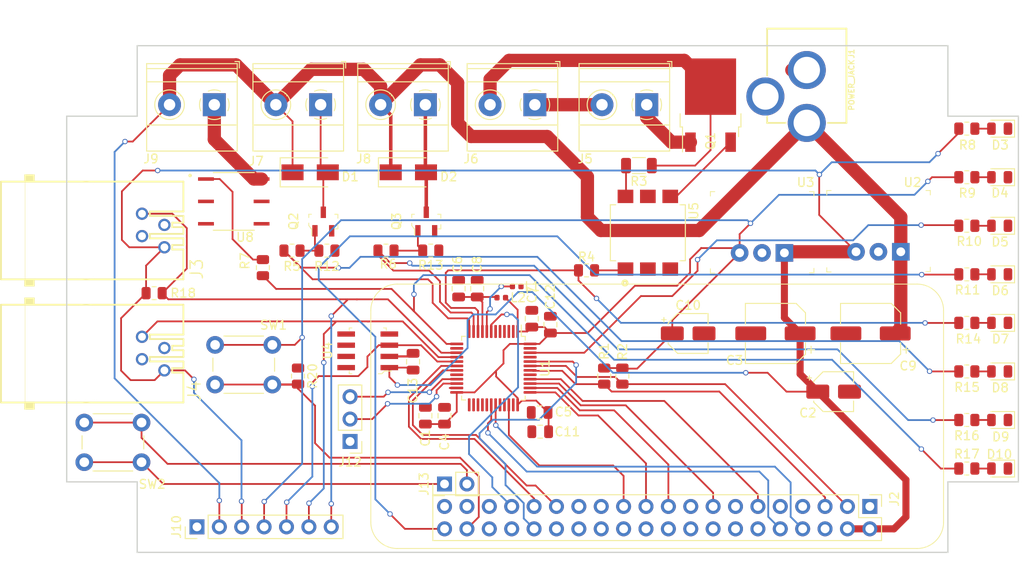
<source format=kicad_pcb>
(kicad_pcb (version 20171130) (host pcbnew "(5.1.9)-1")
  (layers (0 F.Cu signal) (31 B.Cu signal) (34 B.Paste user) (35 F.Paste user) (36 B.SilkS user) (37 F.SilkS user) (38 B.Mask user) (39 F.Mask user) (44 Edge.Cuts user))
  (net 0 "")
  (net 1 "Net-(J2-Pad7)")
  (net 2 "Net-(J2-Pad12)")
  (net 3 "Net-(J2-Pad16)")
  (net 4 "Net-(J2-Pad17)")
  (net 5 "Net-(J2-Pad24)")
  (net 6 "Net-(J2-Pad26)")
  (net 7 "Net-(J2-Pad27)")
  (net 8 "Net-(J2-Pad28)")
  (net 9 "Net-(J2-Pad35)")
  (net 10 "Net-(J2-Pad36)")
  (net 11 "Net-(J2-Pad40)")
  (net 12 GND)
  (net 13 "Net-(U1-Pad33)")
  (net 14 "Net-(U1-Pad32)")
  (net 15 "Net-(U1-Pad29)")
  (net 16 "Net-(U1-Pad28)")
  (net 17 "Net-(U1-Pad27)")
  (net 18 "Net-(U1-Pad26)")
  (net 19 "Net-(U1-Pad20)")
  (net 20 "Net-(U1-Pad6)")
  (net 21 "Net-(U1-Pad5)")
  (net 22 "Net-(U1-Pad4)")
  (net 23 "Net-(U1-Pad3)")
  (net 24 "Net-(U1-Pad2)")
  (net 25 +12V)
  (net 26 +5V)
  (net 27 "Net-(J2-Pad1)")
  (net 28 +3V3)
  (net 29 "Net-(U5-Pad3)")
  (net 30 /JTDI)
  (net 31 /JTCK)
  (net 32 /JTDO)
  (net 33 /JNTRST)
  (net 34 /JTMS)
  (net 35 /SCL_I2C)
  (net 36 /SDA_I2C)
  (net 37 "Net-(J4-Pad2)")
  (net 38 GNDREF)
  (net 39 "Net-(R3-Pad2)")
  (net 40 "Net-(R4-Pad1)")
  (net 41 "Net-(Q1-Pad3)")
  (net 42 "Net-(U5-Pad5)")
  (net 43 "Net-(U8-Pad5)")
  (net 44 "Net-(U8-Pad3)")
  (net 45 "Net-(J9-Pad1)")
  (net 46 /NRST)
  (net 47 /BOOT)
  (net 48 "Net-(R7-Pad1)")
  (net 49 /STM32/VDDA)
  (net 50 /USART2)
  (net 51 /USART1)
  (net 52 /DHT22)
  (net 53 /HD38)
  (net 54 /Resistencia_Si)
  (net 55 /Ventilador)
  (net 56 /Bomba_Agua)
  (net 57 /LEDs)
  (net 58 /LM35)
  (net 59 /In_Out/120VAC)
  (net 60 "Net-(J3-Pad2)")
  (net 61 "Net-(D3-Pad2)")
  (net 62 "Net-(D4-Pad2)")
  (net 63 "Net-(D5-Pad2)")
  (net 64 "Net-(U1-Pad14)")
  (net 65 "Net-(Q2-Pad1)")
  (net 66 "Net-(Q3-Pad1)")
  (net 67 "Net-(D6-Pad2)")
  (net 68 "Net-(D7-Pad2)")
  (net 69 "Net-(D8-Pad2)")
  (net 70 "Net-(D9-Pad2)")
  (net 71 "Net-(D10-Pad2)")
  (net 72 /I_O_1)
  (net 73 /I_O_2)
  (net 74 "Net-(D1-Pad2)")
  (net 75 "Net-(D2-Pad2)")
  (net 76 /RPWZ_comm/Button_RPZW)
  (net 77 /STM32/RX2)
  (net 78 /STM32/TX2)
  (net 79 "Net-(J6-Pad2)")
  (net 80 "Net-(U1-Pad25)")
  (net 81 "Net-(J13-Pad2)")
  (net 82 "Net-(J13-Pad1)")
  (net 83 "Net-(R10-Pad1)")
  (net 84 "Net-(U1-Pad45)")
  (net 85 "Net-(U1-Pad41)")
  (net 86 /STM32/VSSA)
  (net 87 "Net-(J2-Pad37)")
  (net 88 "Net-(J2-Pad22)")
  (net 89 "Net-(J2-Pad18)")
  (net 90 "Net-(J2-Pad13)")
  (module Capacitor_SMD:C_0805_2012Metric (layer F.Cu) (at 129.0574 111.4069 90)
    (fp_text reference C13 (at -3.2741 -0.0254 90) (layer F.SilkS))
    (fp_text value 100nF)
    (pad 2 smd roundrect (at 0.95 0 90) (size 1 1.45) (layers F.Cu F.Paste F.Mask) (net 12 GND))
    (pad 1 smd roundrect (at -0.95 0 90) (size 1 1.45) (layers F.Cu F.Paste F.Mask) (net 26 +5V))
  )
  (module Button_Switch_THT:SW_PUSH_6mm_H4.3mm (layer F.Cu) (at 91.7448 118.3132)
    (fp_text reference SW2 (at 7.7089 6.9977) (layer F.SilkS))
    (fp_text value RPZW_RST_Push)
    (pad 1 thru_hole circle (at 6.5 0 90) (size 2 2) (drill 1.1) (layers *.Cu *.Mask) (net 81 "Net-(J13-Pad2)"))
    (pad 2 thru_hole circle (at 6.5 4.5 90) (size 2 2) (drill 1.1) (layers *.Cu *.Mask) (net 82 "Net-(J13-Pad1)"))
    (pad 1 thru_hole circle (at 0 0 90) (size 2 2) (drill 1.1) (layers *.Cu *.Mask) (net 81 "Net-(J13-Pad2)"))
    (pad 2 thru_hole circle (at 0 4.5 90) (size 2 2) (drill 1.1) (layers *.Cu *.Mask) (net 82 "Net-(J13-Pad1)"))
  )
  (module Connector_PinHeader_2.54mm:PinHeader_1x02_P2.54mm_Vertical (layer F.Cu) (at 132.6261 125.2855 90)
    (fp_text reference J13 (at 0 -2.33 90) (layer F.SilkS))
    (fp_text value RPZW_RST)
    (pad 2 thru_hole oval (at 0 2.54 90) (size 1.7 1.7) (drill 1) (layers *.Cu *.Mask) (net 81 "Net-(J13-Pad2)"))
    (pad 1 thru_hole rect (at 0 0 90) (size 1.7 1.7) (drill 1) (layers *.Cu *.Mask) (net 82 "Net-(J13-Pad1)"))
  )
  (module Capacitor_SMD:C_0805_2012Metric (layer F.Cu) (at 130.4544 117.536 90)
    (fp_text reference C1 (at -2.54 0 90) (layer F.SilkS))
    (fp_text value 100nF)
    (pad 2 smd roundrect (at 0.95 0 90) (size 1 1.45) (layers F.Cu F.Paste F.Mask) (net 12 GND))
    (pad 1 smd roundrect (at -0.95 0 90) (size 1 1.45) (layers F.Cu F.Paste F.Mask) (net 28 +3V3))
  )
  (module digikey-footprints:SOT-23-3 (layer F.Cu) (at 118.872 95.504 90)
    (fp_text reference Q2 (at 0.025 -3.375 90) (layer F.SilkS))
    (fp_text value MMBT2222A)
    (pad 1 smd rect (at -1.05 -0.95 90) (size 1.3 0.6) (layers F.Cu F.Paste F.Mask) (net 65 "Net-(Q2-Pad1)"))
    (pad 2 smd rect (at -1.05 0.95 90) (size 1.3 0.6) (layers F.Cu F.Paste F.Mask) (net 12 GND))
    (pad 3 smd rect (at 1.05 0 90) (size 1.3 0.6) (layers F.Cu F.Paste F.Mask) (net 74 "Net-(D1-Pad2)"))
  )
  (module Diode_SMD:D_SMA (layer F.Cu) (at 128.524 89.916)
    (fp_text reference D2 (at 4.572 0.508) (layer F.SilkS))
    (fp_text value MRA4004T3G)
    (pad 2 smd rect (at 2 0) (size 2.5 1.8) (layers F.Cu F.Paste F.Mask) (net 75 "Net-(D2-Pad2)"))
    (pad 1 smd rect (at -2 0) (size 2.5 1.8) (layers F.Cu F.Paste F.Mask) (net 25 +12V))
  )
  (module Diode_SMD:D_SMA (layer F.Cu) (at 117.38 89.916)
    (fp_text reference D1 (at 4.54 0.508) (layer F.SilkS))
    (fp_text value MRA4004T3G)
    (pad 2 smd rect (at 2 0) (size 2.5 1.8) (layers F.Cu F.Paste F.Mask) (net 74 "Net-(D1-Pad2)"))
    (pad 1 smd rect (at -2 0) (size 2.5 1.8) (layers F.Cu F.Paste F.Mask) (net 25 +12V))
  )
  (module digikey-footprints:SOT-23-3 (layer F.Cu) (at 130.556 95.504 90)
    (fp_text reference Q3 (at 0.025 -3.375 90) (layer F.SilkS))
    (fp_text value MMBT2222A)
    (pad 1 smd rect (at -1.05 -0.95 90) (size 1.3 0.6) (layers F.Cu F.Paste F.Mask) (net 66 "Net-(Q3-Pad1)"))
    (pad 2 smd rect (at -1.05 0.95 90) (size 1.3 0.6) (layers F.Cu F.Paste F.Mask) (net 12 GND))
    (pad 3 smd rect (at 1.05 0 90) (size 1.3 0.6) (layers F.Cu F.Paste F.Mask) (net 75 "Net-(D2-Pad2)"))
  )
  (module LED_SMD:LED_0805_2012Metric (layer F.Cu) (at 195.6285 84.963 180)
    (fp_text reference D3 (at -0.0531 -1.8542) (layer F.SilkS))
    (fp_text value LED_5V)
    (pad 2 smd roundrect (at 0.9375 0 180) (size 0.975 1.4) (layers F.Cu F.Paste F.Mask) (net 61 "Net-(D3-Pad2)"))
    (pad 1 smd roundrect (at -0.9375 0 180) (size 0.975 1.4) (layers F.Cu F.Paste F.Mask) (net 12 GND))
  )
  (module Connector_PinHeader_2.54mm:PinHeader_1x03_P2.54mm_Vertical (layer F.Cu) (at 121.9073 120.4595 180)
    (fp_text reference J12 (at 0 -2.33) (layer F.SilkS))
    (fp_text value USART_Conn)
    (pad 3 thru_hole oval (at 0 5.08 180) (size 1.7 1.7) (drill 1) (layers *.Cu *.Mask) (net 78 /STM32/TX2))
    (pad 2 thru_hole oval (at 0 2.54 180) (size 1.7 1.7) (drill 1) (layers *.Cu *.Mask) (net 77 /STM32/RX2))
    (pad 1 thru_hole rect (at 0 0 180) (size 1.7 1.7) (drill 1) (layers *.Cu *.Mask) (net 12 GND))
  )
  (module Connector_PinHeader_2.54mm:PinHeader_2x20_P2.54mm_Vertical (layer F.Cu) (at 180.89 127.835 270)
    (fp_text reference J2 (at -0.8477 -2.7901 90) (layer F.SilkS))
    (fp_text value RPi_GPIO)
    (pad 40 thru_hole oval (at 2.54 48.26 270) (size 1.7 1.7) (drill 1) (layers *.Cu *.Mask) (net 11 "Net-(J2-Pad40)"))
    (pad 39 thru_hole oval (at 0 48.26 270) (size 1.7 1.7) (drill 1) (layers *.Cu *.Mask) (net 12 GND))
    (pad 38 thru_hole oval (at 2.54 45.72 270) (size 1.7 1.7) (drill 1) (layers *.Cu *.Mask) (net 76 /RPWZ_comm/Button_RPZW))
    (pad 37 thru_hole oval (at 0 45.72 270) (size 1.7 1.7) (drill 1) (layers *.Cu *.Mask) (net 87 "Net-(J2-Pad37)"))
    (pad 36 thru_hole oval (at 2.54 43.18 270) (size 1.7 1.7) (drill 1) (layers *.Cu *.Mask) (net 10 "Net-(J2-Pad36)"))
    (pad 35 thru_hole oval (at 0 43.18 270) (size 1.7 1.7) (drill 1) (layers *.Cu *.Mask) (net 9 "Net-(J2-Pad35)"))
    (pad 34 thru_hole oval (at 2.54 40.64 270) (size 1.7 1.7) (drill 1) (layers *.Cu *.Mask) (net 12 GND))
    (pad 33 thru_hole oval (at 0 40.64 270) (size 1.7 1.7) (drill 1) (layers *.Cu *.Mask) (net 46 /NRST))
    (pad 32 thru_hole oval (at 2.54 38.1 270) (size 1.7 1.7) (drill 1) (layers *.Cu *.Mask) (net 47 /BOOT))
    (pad 31 thru_hole oval (at 0 38.1 270) (size 1.7 1.7) (drill 1) (layers *.Cu *.Mask) (net 73 /I_O_2))
    (pad 30 thru_hole oval (at 2.54 35.56 270) (size 1.7 1.7) (drill 1) (layers *.Cu *.Mask) (net 12 GND))
    (pad 29 thru_hole oval (at 0 35.56 270) (size 1.7 1.7) (drill 1) (layers *.Cu *.Mask) (net 72 /I_O_1))
    (pad 28 thru_hole oval (at 2.54 33.02 270) (size 1.7 1.7) (drill 1) (layers *.Cu *.Mask) (net 8 "Net-(J2-Pad28)"))
    (pad 27 thru_hole oval (at 0 33.02 270) (size 1.7 1.7) (drill 1) (layers *.Cu *.Mask) (net 7 "Net-(J2-Pad27)"))
    (pad 26 thru_hole oval (at 2.54 30.48 270) (size 1.7 1.7) (drill 1) (layers *.Cu *.Mask) (net 6 "Net-(J2-Pad26)"))
    (pad 25 thru_hole oval (at 0 30.48 270) (size 1.7 1.7) (drill 1) (layers *.Cu *.Mask) (net 12 GND))
    (pad 24 thru_hole oval (at 2.54 27.94 270) (size 1.7 1.7) (drill 1) (layers *.Cu *.Mask) (net 5 "Net-(J2-Pad24)"))
    (pad 23 thru_hole oval (at 0 27.94 270) (size 1.7 1.7) (drill 1) (layers *.Cu *.Mask) (net 34 /JTMS))
    (pad 22 thru_hole oval (at 2.54 25.4 270) (size 1.7 1.7) (drill 1) (layers *.Cu *.Mask) (net 88 "Net-(J2-Pad22)"))
    (pad 21 thru_hole oval (at 0 25.4 270) (size 1.7 1.7) (drill 1) (layers *.Cu *.Mask) (net 31 /JTCK))
    (pad 20 thru_hole oval (at 2.54 22.86 270) (size 1.7 1.7) (drill 1) (layers *.Cu *.Mask) (net 12 GND))
    (pad 19 thru_hole oval (at 0 22.86 270) (size 1.7 1.7) (drill 1) (layers *.Cu *.Mask) (net 30 /JTDI))
    (pad 18 thru_hole oval (at 2.54 20.32 270) (size 1.7 1.7) (drill 1) (layers *.Cu *.Mask) (net 89 "Net-(J2-Pad18)"))
    (pad 17 thru_hole oval (at 0 20.32 270) (size 1.7 1.7) (drill 1) (layers *.Cu *.Mask) (net 4 "Net-(J2-Pad17)"))
    (pad 16 thru_hole oval (at 2.54 17.78 270) (size 1.7 1.7) (drill 1) (layers *.Cu *.Mask) (net 3 "Net-(J2-Pad16)"))
    (pad 15 thru_hole oval (at 0 17.78 270) (size 1.7 1.7) (drill 1) (layers *.Cu *.Mask) (net 32 /JTDO))
    (pad 14 thru_hole oval (at 2.54 15.24 270) (size 1.7 1.7) (drill 1) (layers *.Cu *.Mask) (net 12 GND))
    (pad 13 thru_hole oval (at 0 15.24 270) (size 1.7 1.7) (drill 1) (layers *.Cu *.Mask) (net 90 "Net-(J2-Pad13)"))
    (pad 12 thru_hole oval (at 2.54 12.7 270) (size 1.7 1.7) (drill 1) (layers *.Cu *.Mask) (net 2 "Net-(J2-Pad12)"))
    (pad 11 thru_hole oval (at 0 12.7 270) (size 1.7 1.7) (drill 1) (layers *.Cu *.Mask) (net 33 /JNTRST))
    (pad 10 thru_hole oval (at 2.54 10.16 270) (size 1.7 1.7) (drill 1) (layers *.Cu *.Mask) (net 50 /USART2))
    (pad 9 thru_hole oval (at 0 10.16 270) (size 1.7 1.7) (drill 1) (layers *.Cu *.Mask) (net 12 GND))
    (pad 8 thru_hole oval (at 2.54 7.62 270) (size 1.7 1.7) (drill 1) (layers *.Cu *.Mask) (net 51 /USART1))
    (pad 7 thru_hole oval (at 0 7.62 270) (size 1.7 1.7) (drill 1) (layers *.Cu *.Mask) (net 1 "Net-(J2-Pad7)"))
    (pad 6 thru_hole oval (at 2.54 5.08 270) (size 1.7 1.7) (drill 1) (layers *.Cu *.Mask) (net 12 GND))
    (pad 5 thru_hole oval (at 0 5.08 270) (size 1.7 1.7) (drill 1) (layers *.Cu *.Mask) (net 35 /SCL_I2C))
    (pad 4 thru_hole oval (at 2.54 2.54 270) (size 1.7 1.7) (drill 1) (layers *.Cu *.Mask) (net 26 +5V))
    (pad 3 thru_hole oval (at 0 2.54 270) (size 1.7 1.7) (drill 1) (layers *.Cu *.Mask) (net 36 /SDA_I2C))
    (pad 2 thru_hole oval (at 2.54 0 270) (size 1.7 1.7) (drill 1) (layers *.Cu *.Mask) (net 26 +5V))
    (pad 1 thru_hole rect (at 0 0 270) (size 1.7 1.7) (drill 1) (layers *.Cu *.Mask) (net 27 "Net-(J2-Pad1)"))
  )
  (module Button_Switch_THT:SW_PUSH_6mm_H4.3mm (layer F.Cu) (at 106.5911 109.4994)
    (fp_text reference SW1 (at 6.6294 -2.2479) (layer F.SilkS))
    (fp_text value SW_Push)
    (pad 1 thru_hole circle (at 6.5 0 90) (size 2 2) (drill 1.1) (layers *.Cu *.Mask) (net 28 +3V3))
    (pad 2 thru_hole circle (at 6.5 4.5 90) (size 2 2) (drill 1.1) (layers *.Cu *.Mask) (net 76 /RPWZ_comm/Button_RPZW))
    (pad 1 thru_hole circle (at 0 0 90) (size 2 2) (drill 1.1) (layers *.Cu *.Mask) (net 28 +3V3))
    (pad 2 thru_hole circle (at 0 4.5 90) (size 2 2) (drill 1.1) (layers *.Cu *.Mask) (net 76 /RPWZ_comm/Button_RPZW))
  )
  (module Capacitor_SMD:CP_Elec_6.3x5.9 (layer F.Cu) (at 170.18 108.204 180)
    (fp_text reference C3 (at 4.6355 -3.048) (layer F.SilkS))
    (fp_text value 10uF)
    (pad 2 smd roundrect (at 2.8 0 180) (size 3.5 1.6) (layers F.Cu F.Paste F.Mask) (roundrect_rratio 0.15625) (net 12 GND))
    (pad 1 smd roundrect (at -2.8 0 180) (size 3.5 1.6) (layers F.Cu F.Paste F.Mask) (roundrect_rratio 0.15625) (net 26 +5V))
  )
  (module Capacitor_SMD:CP_Elec_6.3x5.9 (layer F.Cu) (at 180.975 108.204 180)
    (fp_text reference C2 (at 7.112 -9.017) (layer F.SilkS))
    (fp_text value 10uF)
    (pad 2 smd roundrect (at 2.8 0 180) (size 3.5 1.6) (layers F.Cu F.Paste F.Mask) (roundrect_rratio 0.15625) (net 12 GND))
    (pad 1 smd roundrect (at -2.8 0 180) (size 3.5 1.6) (layers F.Cu F.Paste F.Mask) (roundrect_rratio 0.15625) (net 25 +12V))
  )
  (module MountingHole:MountingHole_3.5mm (layer F.Cu) (at 105 120.046 180)
    (fp_text reference H3 hide)
    (fp_text value MountingHole)
    (pad 1 np_thru_hole circle (at 0 0 180) (size 3.5 3.5) (drill 3.5) (layers *.Cu *.Mask))
  )
  (module MountingHole:MountingHole_3.5mm (layer F.Cu) (at 182.5 83.546)
    (fp_text reference H2 hide)
    (fp_text value MountingHole)
    (pad 1 np_thru_hole circle (at 0 0) (size 3.5 3.5) (drill 3.5) (layers *.Cu *.Mask))
  )
  (module Capacitor_SMD:C_0805_2012Metric (layer F.Cu) (at 142.5321 106.5276 90)
    (fp_text reference C7 (at 2.7178 0.0254 90) (layer F.SilkS))
    (fp_text value 100nF)
    (pad 2 smd roundrect (at 0.95 0 90) (size 1 1.45) (layers F.Cu F.Paste F.Mask) (net 12 GND))
    (pad 1 smd roundrect (at -0.95 0 90) (size 1 1.45) (layers F.Cu F.Paste F.Mask) (net 28 +3V3))
  )
  (module Capacitor_SMD:C_0805_2012Metric (layer F.Cu) (at 143.4846 119.3546 180)
    (fp_text reference C11 (at -3.0861 0) (layer F.SilkS))
    (fp_text value 100nF)
    (pad 2 smd roundrect (at 0.95 0 180) (size 1 1.45) (layers F.Cu F.Paste F.Mask) (net 12 GND))
    (pad 1 smd roundrect (at -0.95 0 180) (size 1 1.45) (layers F.Cu F.Paste F.Mask) (net 28 +3V3))
  )
  (module Capacitor_SMD:C_0805_2012Metric (layer F.Cu) (at 143.4211 117.1702 180)
    (fp_text reference C5 (at -2.7051 0.0635) (layer F.SilkS))
    (fp_text value 100nF)
    (pad 2 smd roundrect (at 0.95 0 180) (size 1 1.45) (layers F.Cu F.Paste F.Mask) (net 12 GND))
    (pad 1 smd roundrect (at -0.95 0 180) (size 1 1.45) (layers F.Cu F.Paste F.Mask) (net 28 +3V3))
  )
  (module Capacitor_SMD:C_0805_2012Metric (layer F.Cu) (at 132.6261 117.5385 90)
    (fp_text reference C4 (at -2.982 0 90) (layer F.SilkS))
    (fp_text value 100nF)
    (pad 2 smd roundrect (at 0.95 0 90) (size 1 1.45) (layers F.Cu F.Paste F.Mask) (net 12 GND))
    (pad 1 smd roundrect (at -0.95 0 90) (size 1 1.45) (layers F.Cu F.Paste F.Mask) (net 28 +3V3))
  )
  (module Resistor_SMD:R_0805_2012Metric (layer F.Cu) (at 116.0018 113.0408 270)
    (fp_text reference R20 (at 0 -1.65 90) (layer F.SilkS))
    (fp_text value 1k)
    (pad 2 smd roundrect (at 0.9125 0 270) (size 1.025 1.4) (layers F.Cu F.Paste F.Mask) (roundrect_rratio 0.243902) (net 76 /RPWZ_comm/Button_RPZW))
    (pad 1 smd roundrect (at -0.9125 0 270) (size 1.025 1.4) (layers F.Cu F.Paste F.Mask) (roundrect_rratio 0.243902) (net 12 GND))
  )
  (module Resistor_SMD:R_1206_3216Metric (layer F.Cu) (at 154.686 89.154 180)
    (fp_text reference R3 (at 0 -1.778) (layer F.SilkS))
    (fp_text value 180)
    (pad 2 smd roundrect (at 1.4625 0 180) (size 1.125 1.75) (layers F.Cu F.Paste F.Mask) (roundrect_rratio 0.222222) (net 39 "Net-(R3-Pad2)"))
    (pad 1 smd roundrect (at -1.4625 0 180) (size 1.125 1.75) (layers F.Cu F.Paste F.Mask) (roundrect_rratio 0.222222) (net 79 "Net-(J6-Pad2)"))
  )
  (module Capacitor_SMD:C_0805_2012Metric (layer F.Cu) (at 136.3345 103.1138 90)
    (fp_text reference C8 (at 2.733 0 90) (layer F.SilkS))
    (fp_text value 1uF)
    (pad 2 smd roundrect (at 0.95 0 90) (size 1 1.45) (layers F.Cu F.Paste F.Mask) (net 12 GND))
    (pad 1 smd roundrect (at -0.95 0 90) (size 1 1.45) (layers F.Cu F.Paste F.Mask) (net 49 /STM32/VDDA))
  )
  (module Capacitor_SMD:C_0805_2012Metric (layer F.Cu) (at 134.2263 103.1138 90)
    (fp_text reference C6 (at 2.733 -0.127 90) (layer F.SilkS))
    (fp_text value 10nF)
    (pad 2 smd roundrect (at 0.95 0 90) (size 1 1.45) (layers F.Cu F.Paste F.Mask) (net 12 GND))
    (pad 1 smd roundrect (at -0.95 0 90) (size 1 1.45) (layers F.Cu F.Paste F.Mask) (net 49 /STM32/VDDA))
  )
  (module TerminalBlock_Phoenix:TerminalBlock_Phoenix_MKDS-1,5-2-5.08_1x02_P5.08mm_Horizontal (layer F.Cu) (at 130.4544 82.2452 180)
    (fp_text reference J8 (at 7.0104 -6.1468) (layer F.SilkS))
    (fp_text value "Bomba Agua")
    (pad 2 thru_hole circle (at 5.08 0 180) (size 2.6 2.6) (drill 1.3) (layers *.Cu *.Mask) (net 25 +12V))
    (pad 1 thru_hole rect (at 0 0 180) (size 2.6 2.6) (drill 1.3) (layers *.Cu *.Mask) (net 75 "Net-(D2-Pad2)"))
  )
  (module TerminalBlock_Phoenix:TerminalBlock_Phoenix_MKDS-1,5-2-5.08_1x02_P5.08mm_Horizontal (layer F.Cu) (at 118.5672 82.2452 180)
    (fp_text reference J7 (at 7.3152 -6.4008) (layer F.SilkS))
    (fp_text value Ventilador)
    (pad 2 thru_hole circle (at 5.08 0 180) (size 2.6 2.6) (drill 1.3) (layers *.Cu *.Mask) (net 25 +12V))
    (pad 1 thru_hole rect (at 0 0 180) (size 2.6 2.6) (drill 1.3) (layers *.Cu *.Mask) (net 74 "Net-(D1-Pad2)"))
  )
  (module Resistor_SMD:R_0805_2012Metric (layer F.Cu) (at 99.6715 103.632)
    (fp_text reference R18 (at 3.302 0) (layer F.SilkS))
    (fp_text value 10k)
    (pad 2 smd roundrect (at 0.9125 0) (size 1.025 1.4) (layers F.Cu F.Paste F.Mask) (roundrect_rratio 0.243902) (net 52 /DHT22))
    (pad 1 smd roundrect (at -0.9125 0) (size 1.025 1.4) (layers F.Cu F.Paste F.Mask) (roundrect_rratio 0.243902) (net 26 +5V))
  )
  (module Resistor_SMD:R_0805_2012Metric (layer F.Cu) (at 191.897 123.533)
    (fp_text reference R17 (at 0 -1.65) (layer F.SilkS))
    (fp_text value 1k)
    (pad 2 smd roundrect (at 0.9125 0) (size 1.025 1.4) (layers F.Cu F.Paste F.Mask) (roundrect_rratio 0.243902) (net 71 "Net-(D10-Pad2)"))
    (pad 1 smd roundrect (at -0.9125 0) (size 1.025 1.4) (layers F.Cu F.Paste F.Mask) (roundrect_rratio 0.243902) (net 57 /LEDs))
  )
  (module LED_SMD:LED_0805_2012Metric (layer F.Cu) (at 195.6285 123.533 180)
    (fp_text reference D10 (at 0.0358 1.613) (layer F.SilkS))
    (fp_text value LEDs)
    (pad 2 smd roundrect (at 0.9375 0 180) (size 0.975 1.4) (layers F.Cu F.Paste F.Mask) (net 71 "Net-(D10-Pad2)"))
    (pad 1 smd roundrect (at -0.9375 0 180) (size 0.975 1.4) (layers F.Cu F.Paste F.Mask) (net 12 GND))
  )
  (module Resistor_SMD:R_0805_2012Metric (layer F.Cu) (at 191.897 118.023)
    (fp_text reference R16 (at 0 1.778) (layer F.SilkS))
    (fp_text value 1k)
    (pad 2 smd roundrect (at 0.9125 0) (size 1.025 1.4) (layers F.Cu F.Paste F.Mask) (roundrect_rratio 0.243902) (net 70 "Net-(D9-Pad2)"))
    (pad 1 smd roundrect (at -0.9125 0) (size 1.025 1.4) (layers F.Cu F.Paste F.Mask) (roundrect_rratio 0.243902) (net 56 /Bomba_Agua))
  )
  (module LED_SMD:LED_0805_2012Metric (layer F.Cu) (at 195.6285 118.023 180)
    (fp_text reference D9 (at -0.1166 -1.9158) (layer F.SilkS))
    (fp_text value LED_H2O)
    (pad 2 smd roundrect (at 0.9375 0 180) (size 0.975 1.4) (layers F.Cu F.Paste F.Mask) (net 70 "Net-(D9-Pad2)"))
    (pad 1 smd roundrect (at -0.9375 0 180) (size 0.975 1.4) (layers F.Cu F.Paste F.Mask) (net 12 GND))
  )
  (module Resistor_SMD:R_0805_2012Metric (layer F.Cu) (at 191.897 112.513)
    (fp_text reference R15 (at 0.0254 1.7997) (layer F.SilkS))
    (fp_text value 1k)
    (pad 2 smd roundrect (at 0.9125 0) (size 1.025 1.4) (layers F.Cu F.Paste F.Mask) (roundrect_rratio 0.243902) (net 69 "Net-(D8-Pad2)"))
    (pad 1 smd roundrect (at -0.9125 0) (size 1.025 1.4) (layers F.Cu F.Paste F.Mask) (roundrect_rratio 0.243902) (net 55 /Ventilador))
  )
  (module LED_SMD:LED_0805_2012Metric (layer F.Cu) (at 195.6285 112.513 180)
    (fp_text reference D8 (at -0.0531 -1.8505) (layer F.SilkS))
    (fp_text value LED_Vent)
    (pad 2 smd roundrect (at 0.9375 0 180) (size 0.975 1.4) (layers F.Cu F.Paste F.Mask) (net 69 "Net-(D8-Pad2)"))
    (pad 1 smd roundrect (at -0.9375 0 180) (size 0.975 1.4) (layers F.Cu F.Paste F.Mask) (net 12 GND))
  )
  (module Resistor_SMD:R_0805_2012Metric (layer F.Cu) (at 191.897 107.003)
    (fp_text reference R14 (at 0.1778 1.8233) (layer F.SilkS))
    (fp_text value 1k)
    (pad 2 smd roundrect (at 0.9125 0) (size 1.025 1.4) (layers F.Cu F.Paste F.Mask) (roundrect_rratio 0.243902) (net 68 "Net-(D7-Pad2)"))
    (pad 1 smd roundrect (at -0.9125 0) (size 1.025 1.4) (layers F.Cu F.Paste F.Mask) (roundrect_rratio 0.243902) (net 54 /Resistencia_Si))
  )
  (module LED_SMD:LED_0805_2012Metric (layer F.Cu) (at 195.6285 107.003 180)
    (fp_text reference D7 (at -0.0912 -1.8233) (layer F.SilkS))
    (fp_text value LED_RSi)
    (pad 2 smd roundrect (at 0.9375 0 180) (size 0.975 1.4) (layers F.Cu F.Paste F.Mask) (net 68 "Net-(D7-Pad2)"))
    (pad 1 smd roundrect (at -0.9375 0 180) (size 0.975 1.4) (layers F.Cu F.Paste F.Mask) (net 12 GND))
  )
  (module Resistor_SMD:R_0805_2012Metric (layer F.Cu) (at 131.064 98.806 180)
    (fp_text reference R13 (at 0 -1.65) (layer F.SilkS))
    (fp_text value 10k)
    (pad 2 smd roundrect (at 0.9125 0 180) (size 1.025 1.4) (layers F.Cu F.Paste F.Mask) (roundrect_rratio 0.243902) (net 66 "Net-(Q3-Pad1)"))
    (pad 1 smd roundrect (at -0.9125 0 180) (size 1.025 1.4) (layers F.Cu F.Paste F.Mask) (roundrect_rratio 0.243902) (net 12 GND))
  )
  (module Resistor_SMD:R_0805_2012Metric (layer F.Cu) (at 119.2765 98.806 180)
    (fp_text reference R12 (at 0 -1.778) (layer F.SilkS))
    (fp_text value 10k)
    (pad 2 smd roundrect (at 0.9125 0 180) (size 1.025 1.4) (layers F.Cu F.Paste F.Mask) (roundrect_rratio 0.243902) (net 65 "Net-(Q2-Pad1)"))
    (pad 1 smd roundrect (at -0.9125 0 180) (size 1.025 1.4) (layers F.Cu F.Paste F.Mask) (roundrect_rratio 0.243902) (net 12 GND))
  )
  (module Capacitor_SMD:CP_Elec_4x5.8 (layer F.Cu) (at 160.274 108.204)
    (fp_text reference C10 (at 0 -3.2) (layer F.SilkS))
    (fp_text value 22uF)
    (pad 2 smd roundrect (at 1.8 0) (size 2.6 1.6) (layers F.Cu F.Paste F.Mask) (roundrect_rratio 0.15625) (net 12 GND))
    (pad 1 smd roundrect (at -1.8 0) (size 2.6 1.6) (layers F.Cu F.Paste F.Mask) (roundrect_rratio 0.15625) (net 28 +3V3))
  )
  (module Capacitor_SMD:CP_Elec_4x5.8 (layer F.Cu) (at 176.784 114.808)
    (fp_text reference C9 (at 8.4455 -2.921) (layer F.SilkS))
    (fp_text value 22uF)
    (pad 2 smd roundrect (at 1.8 0) (size 2.6 1.6) (layers F.Cu F.Paste F.Mask) (roundrect_rratio 0.15625) (net 12 GND))
    (pad 1 smd roundrect (at -1.8 0) (size 2.6 1.6) (layers F.Cu F.Paste F.Mask) (roundrect_rratio 0.15625) (net 26 +5V))
  )
  (module Connector_PinHeader_2.54mm:PinHeader_1x07_P2.54mm_Vertical (layer F.Cu) (at 104.5337 130.1496 90)
    (fp_text reference J10 (at 0 -2.33 90) (layer F.SilkS))
    (fp_text value "Test Points")
    (pad 7 thru_hole oval (at 0 15.24 90) (size 1.7 1.7) (drill 1) (layers *.Cu *.Mask) (net 52 /DHT22))
    (pad 6 thru_hole oval (at 0 12.7 90) (size 1.7 1.7) (drill 1) (layers *.Cu *.Mask) (net 53 /HD38))
    (pad 5 thru_hole oval (at 0 10.16 90) (size 1.7 1.7) (drill 1) (layers *.Cu *.Mask) (net 58 /LM35))
    (pad 4 thru_hole oval (at 0 7.62 90) (size 1.7 1.7) (drill 1) (layers *.Cu *.Mask) (net 28 +3V3))
    (pad 3 thru_hole oval (at 0 5.08 90) (size 1.7 1.7) (drill 1) (layers *.Cu *.Mask) (net 26 +5V))
    (pad 2 thru_hole oval (at 0 2.54 90) (size 1.7 1.7) (drill 1) (layers *.Cu *.Mask) (net 25 +12V))
    (pad 1 thru_hole rect (at 0 0 90) (size 1.7 1.7) (drill 1) (layers *.Cu *.Mask) (net 12 GND))
  )
  (module TLP:SOP254P700X210-6N (layer F.Cu) (at 108.712 93.218)
    (fp_text reference U8 (at 1.27 4.064) (layer F.SilkS))
    (fp_text value TLP3543)
    (pad 6 smd rect (at 3.155 -2.54) (size 1.8 0.4) (layers F.Cu F.Paste F.Mask) (net 45 "Net-(J9-Pad1)"))
    (pad 5 smd rect (at 3.155 0) (size 1.8 0.4) (layers F.Cu F.Paste F.Mask) (net 43 "Net-(U8-Pad5)"))
    (pad 4 smd rect (at 3.155 2.54) (size 1.8 0.4) (layers F.Cu F.Paste F.Mask) (net 12 GND))
    (pad 3 smd rect (at -3.155 2.54) (size 1.8 0.4) (layers F.Cu F.Paste F.Mask) (net 44 "Net-(U8-Pad3)"))
    (pad 2 smd rect (at -3.155 0) (size 1.8 0.4) (layers F.Cu F.Paste F.Mask) (net 12 GND))
    (pad 1 smd rect (at -3.155 -2.54) (size 1.8 0.4) (layers F.Cu F.Paste F.Mask) (net 48 "Net-(R7-Pad1)"))
  )
  (module RJ9-Conn:520249-2 (layer F.Cu) (at 91.948 110.49 270)
    (fp_text reference J4 (at 4.2545 -12.2936 270) (layer F.SilkS) (effects (font (size 1.401921 1.401921))))
    (fp_text value "HD38 Conn")
    (pad None np_thru_hole circle (at 3.81 0 270) (size 3.2512 3.2512) (drill 3.2512) (layers *.Cu *.Mask))
    (pad None np_thru_hole circle (at -3.81 0 270) (size 3.2512 3.2512) (drill 3.2512) (layers *.Cu *.Mask))
    (pad 1 thru_hole circle (at -1.905 -6.35 270) (size 1.397 1.397) (drill 0.889) (layers *.Cu *.Mask) (net 53 /HD38))
    (pad 2 thru_hole circle (at -0.635 -8.89 270) (size 1.397 1.397) (drill 0.889) (layers *.Cu *.Mask) (net 37 "Net-(J4-Pad2)"))
    (pad 3 thru_hole circle (at 0.635 -6.35 270) (size 1.397 1.397) (drill 0.889) (layers *.Cu *.Mask) (net 12 GND))
    (pad 4 thru_hole circle (at 1.905 -8.89 270) (size 1.397 1.397) (drill 0.889) (layers *.Cu *.Mask) (net 26 +5V))
  )
  (module RJ9-Conn:520249-2 (layer F.Cu) (at 91.948 96.52 270)
    (fp_text reference J3 (at 4.3688 -12.5603 270) (layer F.SilkS) (effects (font (size 1.401921 1.401921))))
    (fp_text value "DHT22 Conn")
    (pad None np_thru_hole circle (at 3.81 0 270) (size 3.2512 3.2512) (drill 3.2512) (layers *.Cu *.Mask))
    (pad None np_thru_hole circle (at -3.81 0 270) (size 3.2512 3.2512) (drill 3.2512) (layers *.Cu *.Mask))
    (pad 1 thru_hole circle (at -1.905 -6.35 270) (size 1.397 1.397) (drill 0.889) (layers *.Cu *.Mask) (net 52 /DHT22))
    (pad 2 thru_hole circle (at -0.635 -8.89 270) (size 1.397 1.397) (drill 0.889) (layers *.Cu *.Mask) (net 60 "Net-(J3-Pad2)"))
    (pad 3 thru_hole circle (at 0.635 -6.35 270) (size 1.397 1.397) (drill 0.889) (layers *.Cu *.Mask) (net 12 GND))
    (pad 4 thru_hole circle (at 1.905 -8.89 270) (size 1.397 1.397) (drill 0.889) (layers *.Cu *.Mask) (net 26 +5V))
  )
  (module Resistor_SMD:R_0805_2012Metric (layer F.Cu) (at 191.897 101.493)
    (fp_text reference R11 (at 0.0889 1.7707) (layer F.SilkS))
    (fp_text value 1k)
    (pad 2 smd roundrect (at 0.9125 0) (size 1.025 1.4) (layers F.Cu F.Paste F.Mask) (roundrect_rratio 0.243902) (net 67 "Net-(D6-Pad2)"))
    (pad 1 smd roundrect (at -0.9125 0) (size 1.025 1.4) (layers F.Cu F.Paste F.Mask) (roundrect_rratio 0.243902) (net 11 "Net-(J2-Pad40)"))
  )
  (module LED_SMD:LED_0805_2012Metric (layer F.Cu) (at 195.6285 101.493 180)
    (fp_text reference D6 (at -0.0658 -1.8469) (layer F.SilkS))
    (fp_text value LED_RPZW)
    (pad 2 smd roundrect (at 0.9375 0 180) (size 0.975 1.4) (layers F.Cu F.Paste F.Mask) (net 67 "Net-(D6-Pad2)"))
    (pad 1 smd roundrect (at -0.9375 0 180) (size 0.975 1.4) (layers F.Cu F.Paste F.Mask) (net 12 GND))
  )
  (module OPTOCOUPLER_H11F3SR2M:OPTOCOUPLER_H11F3SR2M (layer F.Cu) (at 155.702 96.774 90)
    (fp_text reference U5 (at 2.4765 5.207 90) (layer F.SilkS) (effects (font (size 1.000834 1.000834))))
    (fp_text value MOC3011M)
    (pad 3 smd rect (at -4.125 2.54 90) (size 1.52 1.78) (layers F.Cu F.Paste F.Mask) (net 29 "Net-(U5-Pad3)"))
    (pad 1 smd rect (at -4.125 -2.54 90) (size 1.52 1.78) (layers F.Cu F.Paste F.Mask) (net 40 "Net-(R4-Pad1)"))
    (pad 2 smd rect (at -4.125 0 90) (size 1.52 1.78) (layers F.Cu F.Paste F.Mask) (net 12 GND))
    (pad 4 smd rect (at 4.125 2.54 90) (size 1.52 1.78) (layers F.Cu F.Paste F.Mask) (net 41 "Net-(Q1-Pad3)"))
    (pad 6 smd rect (at 4.125 -2.54 90) (size 1.52 1.78) (layers F.Cu F.Paste F.Mask) (net 39 "Net-(R3-Pad2)"))
    (pad 5 smd rect (at 4.125 0 90) (size 1.52 1.78) (layers F.Cu F.Paste F.Mask) (net 42 "Net-(U5-Pad5)"))
  )
  (module digikey-footprints:SOIC-8_W3.9mm (layer F.Cu) (at 123.9139 110.1725 90)
    (fp_text reference U4 (at 0.01778 -4.56946 90) (layer F.SilkS))
    (fp_text value LM35)
    (pad 3 smd rect (at 0.635 2.45 90) (size 0.6 2) (layers F.Cu F.Paste F.Mask) (net 58 /LM35))
    (pad 8 smd rect (at -1.905 -2.45 90) (size 0.6 2) (layers F.Cu F.Paste F.Mask))
    (pad 7 smd rect (at -0.635 -2.45 90) (size 0.6 2) (layers F.Cu F.Paste F.Mask))
    (pad 6 smd rect (at 0.635 -2.45 90) (size 0.6 2) (layers F.Cu F.Paste F.Mask))
    (pad 5 smd rect (at 1.905 -2.45 90) (size 0.6 2) (layers F.Cu F.Paste F.Mask))
    (pad 4 smd rect (at 1.905 2.45 90) (size 0.6 2) (layers F.Cu F.Paste F.Mask))
    (pad 2 smd rect (at -0.635 2.45 90) (size 0.6 2) (layers F.Cu F.Paste F.Mask) (net 12 GND))
    (pad 1 smd rect (at -1.905 2.45 90) (size 0.6 2) (layers F.Cu F.Paste F.Mask) (net 26 +5V))
  )
  (module Package_TO_SOT_SMD:TO-252-2 (layer F.Cu) (at 162.814 82.296 90)
    (fp_text reference Q1 (at -4.064 0 90) (layer F.SilkS))
    (fp_text value BT136-500)
    (pad 2 smd rect (at 2.1 0 90) (size 6.4 5.8) (layers F.Cu F.Mask) (net 79 "Net-(J6-Pad2)"))
    (pad 3 smd rect (at -4.2 2.28 90) (size 2.2 1.2) (layers F.Cu F.Paste F.Mask) (net 41 "Net-(Q1-Pad3)"))
    (pad 1 smd rect (at -4.2 -2.28 90) (size 2.2 1.2) (layers F.Cu F.Paste F.Mask) (net 38 GNDREF))
  )
  (module Inductor_SMD:L_0402_1005Metric (layer F.Cu) (at 139.065 104.14 180)
    (fp_text reference L2 (at -1.905 0) (layer F.SilkS))
    (fp_text value 33nH)
    (pad 2 smd roundrect (at 0.485 0 180) (size 0.59 0.64) (layers F.Cu F.Paste F.Mask) (net 49 /STM32/VDDA))
    (pad 1 smd roundrect (at -0.485 0 180) (size 0.59 0.64) (layers F.Cu F.Paste F.Mask) (net 28 +3V3))
  )
  (module Inductor_SMD:L_0402_1005Metric (layer F.Cu) (at 140.82 102.87)
    (fp_text reference L1 (at 1.755 0) (layer F.SilkS))
    (fp_text value 33nH)
    (pad 2 smd roundrect (at 0.485 0) (size 0.59 0.64) (layers F.Cu F.Paste F.Mask) (net 12 GND))
    (pad 1 smd roundrect (at -0.485 0) (size 0.59 0.64) (layers F.Cu F.Paste F.Mask) (net 86 /STM32/VSSA))
  )
  (module Resistor_SMD:R_0805_2012Metric (layer F.Cu) (at 191.897 95.983)
    (fp_text reference R10 (at 0.2794 1.7689) (layer F.SilkS))
    (fp_text value 1k)
    (pad 2 smd roundrect (at 0.9125 0) (size 1.025 1.4) (layers F.Cu F.Paste F.Mask) (roundrect_rratio 0.243902) (net 63 "Net-(D5-Pad2)"))
    (pad 1 smd roundrect (at -0.9125 0) (size 1.025 1.4) (layers F.Cu F.Paste F.Mask) (roundrect_rratio 0.243902) (net 83 "Net-(R10-Pad1)"))
  )
  (module LED_SMD:LED_0805_2012Metric (layer F.Cu) (at 195.6285 95.983 180)
    (fp_text reference D5 (at -0.0404 -1.8324) (layer F.SilkS))
    (fp_text value LED_STM)
    (pad 2 smd roundrect (at 0.9375 0 180) (size 0.975 1.4) (layers F.Cu F.Paste F.Mask) (net 63 "Net-(D5-Pad2)"))
    (pad 1 smd roundrect (at -0.9375 0 180) (size 0.975 1.4) (layers F.Cu F.Paste F.Mask) (net 12 GND))
  )
  (module Resistor_SMD:R_0805_2012Metric (layer F.Cu) (at 191.897 90.473 180)
    (fp_text reference R9 (at -0.0508 -1.8052) (layer F.SilkS))
    (fp_text value 1k)
    (pad 2 smd roundrect (at 0.9125 0 180) (size 1.025 1.4) (layers F.Cu F.Paste F.Mask) (roundrect_rratio 0.243902) (net 28 +3V3))
    (pad 1 smd roundrect (at -0.9125 0 180) (size 1.025 1.4) (layers F.Cu F.Paste F.Mask) (roundrect_rratio 0.243902) (net 62 "Net-(D4-Pad2)"))
  )
  (module Resistor_SMD:R_0805_2012Metric (layer F.Cu) (at 191.897 84.963 180)
    (fp_text reference R8 (at -0.0762 -1.8542) (layer F.SilkS))
    (fp_text value 1k)
    (pad 2 smd roundrect (at 0.9125 0 180) (size 1.025 1.4) (layers F.Cu F.Paste F.Mask) (roundrect_rratio 0.243902) (net 26 +5V))
    (pad 1 smd roundrect (at -0.9125 0 180) (size 1.025 1.4) (layers F.Cu F.Paste F.Mask) (roundrect_rratio 0.243902) (net 61 "Net-(D3-Pad2)"))
  )
  (module LED_SMD:LED_0805_2012Metric (layer F.Cu) (at 195.6285 90.473 180)
    (fp_text reference D4 (at -0.0277 -1.778) (layer F.SilkS))
    (fp_text value LED_3.3V)
    (pad 2 smd roundrect (at 0.9375 0 180) (size 0.975 1.4) (layers F.Cu F.Paste F.Mask) (net 62 "Net-(D4-Pad2)"))
    (pad 1 smd roundrect (at -0.9375 0 180) (size 0.975 1.4) (layers F.Cu F.Paste F.Mask) (net 12 GND))
  )
  (module Package_QFP:LQFP-48_7x7mm_P0.5mm (layer F.Cu) (at 138.176 112.141 270)
    (fp_text reference U1 (at 0 -5.85 90) (layer F.SilkS))
    (fp_text value STM32F103C8Tx)
    (pad 48 smd roundrect (at -2.75 -4.1625 270) (size 0.3 1.475) (layers F.Cu F.Paste F.Mask) (net 28 +3V3))
    (pad 47 smd roundrect (at -2.25 -4.1625 270) (size 0.3 1.475) (layers F.Cu F.Paste F.Mask) (net 12 GND))
    (pad 46 smd roundrect (at -1.75 -4.1625 270) (size 0.3 1.475) (layers F.Cu F.Paste F.Mask) (net 83 "Net-(R10-Pad1)"))
    (pad 45 smd roundrect (at -1.25 -4.1625 270) (size 0.3 1.475) (layers F.Cu F.Paste F.Mask) (net 84 "Net-(U1-Pad45)"))
    (pad 44 smd roundrect (at -0.75 -4.1625 270) (size 0.3 1.475) (layers F.Cu F.Paste F.Mask) (net 47 /BOOT))
    (pad 43 smd roundrect (at -0.25 -4.1625 270) (size 0.3 1.475) (layers F.Cu F.Paste F.Mask) (net 36 /SDA_I2C))
    (pad 42 smd roundrect (at 0.25 -4.1625 270) (size 0.3 1.475) (layers F.Cu F.Paste F.Mask) (net 35 /SCL_I2C))
    (pad 41 smd roundrect (at 0.75 -4.1625 270) (size 0.3 1.475) (layers F.Cu F.Paste F.Mask) (net 85 "Net-(U1-Pad41)"))
    (pad 40 smd roundrect (at 1.25 -4.1625 270) (size 0.3 1.475) (layers F.Cu F.Paste F.Mask) (net 33 /JNTRST))
    (pad 39 smd roundrect (at 1.75 -4.1625 270) (size 0.3 1.475) (layers F.Cu F.Paste F.Mask) (net 32 /JTDO))
    (pad 38 smd roundrect (at 2.25 -4.1625 270) (size 0.3 1.475) (layers F.Cu F.Paste F.Mask) (net 30 /JTDI))
    (pad 37 smd roundrect (at 2.75 -4.1625 270) (size 0.3 1.475) (layers F.Cu F.Paste F.Mask) (net 31 /JTCK))
    (pad 36 smd roundrect (at 4.1625 -2.75 270) (size 1.475 0.3) (layers F.Cu F.Paste F.Mask) (net 28 +3V3))
    (pad 35 smd roundrect (at 4.1625 -2.25 270) (size 1.475 0.3) (layers F.Cu F.Paste F.Mask) (net 12 GND))
    (pad 34 smd roundrect (at 4.1625 -1.75 270) (size 1.475 0.3) (layers F.Cu F.Paste F.Mask) (net 34 /JTMS))
    (pad 33 smd roundrect (at 4.1625 -1.25 270) (size 1.475 0.3) (layers F.Cu F.Paste F.Mask) (net 13 "Net-(U1-Pad33)"))
    (pad 32 smd roundrect (at 4.1625 -0.75 270) (size 1.475 0.3) (layers F.Cu F.Paste F.Mask) (net 14 "Net-(U1-Pad32)"))
    (pad 31 smd roundrect (at 4.1625 -0.25 270) (size 1.475 0.3) (layers F.Cu F.Paste F.Mask) (net 51 /USART1))
    (pad 30 smd roundrect (at 4.1625 0.25 270) (size 1.475 0.3) (layers F.Cu F.Paste F.Mask) (net 50 /USART2))
    (pad 29 smd roundrect (at 4.1625 0.75 270) (size 1.475 0.3) (layers F.Cu F.Paste F.Mask) (net 15 "Net-(U1-Pad29)"))
    (pad 28 smd roundrect (at 4.1625 1.25 270) (size 1.475 0.3) (layers F.Cu F.Paste F.Mask) (net 16 "Net-(U1-Pad28)"))
    (pad 27 smd roundrect (at 4.1625 1.75 270) (size 1.475 0.3) (layers F.Cu F.Paste F.Mask) (net 17 "Net-(U1-Pad27)"))
    (pad 26 smd roundrect (at 4.1625 2.25 270) (size 1.475 0.3) (layers F.Cu F.Paste F.Mask) (net 18 "Net-(U1-Pad26)"))
    (pad 25 smd roundrect (at 4.1625 2.75 270) (size 1.475 0.3) (layers F.Cu F.Paste F.Mask) (net 80 "Net-(U1-Pad25)"))
    (pad 24 smd roundrect (at 2.75 4.1625 270) (size 0.3 1.475) (layers F.Cu F.Paste F.Mask) (net 28 +3V3))
    (pad 23 smd roundrect (at 2.25 4.1625 270) (size 0.3 1.475) (layers F.Cu F.Paste F.Mask) (net 12 GND))
    (pad 22 smd roundrect (at 1.75 4.1625 270) (size 0.3 1.475) (layers F.Cu F.Paste F.Mask) (net 77 /STM32/RX2))
    (pad 21 smd roundrect (at 1.25 4.1625 270) (size 0.3 1.475) (layers F.Cu F.Paste F.Mask) (net 78 /STM32/TX2))
    (pad 20 smd roundrect (at 0.75 4.1625 270) (size 0.3 1.475) (layers F.Cu F.Paste F.Mask) (net 19 "Net-(U1-Pad20)"))
    (pad 19 smd roundrect (at 0.25 4.1625 270) (size 0.3 1.475) (layers F.Cu F.Paste F.Mask) (net 72 /I_O_1))
    (pad 18 smd roundrect (at -0.25 4.1625 270) (size 0.3 1.475) (layers F.Cu F.Paste F.Mask) (net 73 /I_O_2))
    (pad 17 smd roundrect (at -0.75 4.1625 270) (size 0.3 1.475) (layers F.Cu F.Paste F.Mask) (net 58 /LM35))
    (pad 16 smd roundrect (at -1.25 4.1625 270) (size 0.3 1.475) (layers F.Cu F.Paste F.Mask) (net 53 /HD38))
    (pad 15 smd roundrect (at -1.75 4.1625 270) (size 0.3 1.475) (layers F.Cu F.Paste F.Mask) (net 52 /DHT22))
    (pad 14 smd roundrect (at -2.25 4.1625 270) (size 0.3 1.475) (layers F.Cu F.Paste F.Mask) (net 64 "Net-(U1-Pad14)"))
    (pad 13 smd roundrect (at -2.75 4.1625 270) (size 0.3 1.475) (layers F.Cu F.Paste F.Mask) (net 57 /LEDs))
    (pad 12 smd roundrect (at -4.1625 2.75 270) (size 1.475 0.3) (layers F.Cu F.Paste F.Mask) (net 55 /Ventilador))
    (pad 11 smd roundrect (at -4.1625 2.25 270) (size 1.475 0.3) (layers F.Cu F.Paste F.Mask) (net 56 /Bomba_Agua))
    (pad 10 smd roundrect (at -4.1625 1.75 270) (size 1.475 0.3) (layers F.Cu F.Paste F.Mask) (net 54 /Resistencia_Si))
    (pad 9 smd roundrect (at -4.1625 1.25 270) (size 1.475 0.3) (layers F.Cu F.Paste F.Mask) (net 49 /STM32/VDDA))
    (pad 8 smd roundrect (at -4.1625 0.75 270) (size 1.475 0.3) (layers F.Cu F.Paste F.Mask) (net 86 /STM32/VSSA))
    (pad 7 smd roundrect (at -4.1625 0.25 270) (size 1.475 0.3) (layers F.Cu F.Paste F.Mask) (net 46 /NRST))
    (pad 6 smd roundrect (at -4.1625 -0.25 270) (size 1.475 0.3) (layers F.Cu F.Paste F.Mask) (net 20 "Net-(U1-Pad6)"))
    (pad 5 smd roundrect (at -4.1625 -0.75 270) (size 1.475 0.3) (layers F.Cu F.Paste F.Mask) (net 21 "Net-(U1-Pad5)"))
    (pad 4 smd roundrect (at -4.1625 -1.25 270) (size 1.475 0.3) (layers F.Cu F.Paste F.Mask) (net 22 "Net-(U1-Pad4)"))
    (pad 3 smd roundrect (at -4.1625 -1.75 270) (size 1.475 0.3) (layers F.Cu F.Paste F.Mask) (net 23 "Net-(U1-Pad3)"))
    (pad 2 smd roundrect (at -4.1625 -2.25 270) (size 1.475 0.3) (layers F.Cu F.Paste F.Mask) (net 24 "Net-(U1-Pad2)"))
    (pad 1 smd roundrect (at -4.1625 -2.75 270) (size 1.475 0.3) (layers F.Cu F.Paste F.Mask) (net 28 +3V3))
  )
  (module Resistor_SMD:R_0805_2012Metric (layer F.Cu) (at 152.8064 113.0446 270)
    (fp_text reference R2 (at -2.7705 -0.0254 90) (layer F.SilkS))
    (fp_text value 4.7k)
    (pad 2 smd roundrect (at 0.9125 0 270) (size 1.025 1.4) (layers F.Cu F.Paste F.Mask) (roundrect_rratio 0.243902) (net 36 /SDA_I2C))
    (pad 1 smd roundrect (at -0.9125 0 270) (size 1.025 1.4) (layers F.Cu F.Paste F.Mask) (roundrect_rratio 0.243902) (net 28 +3V3))
  )
  (module Resistor_SMD:R_0805_2012Metric (layer F.Cu) (at 150.749 113.0427 270)
    (fp_text reference R1 (at -2.8175 0 90) (layer F.SilkS))
    (fp_text value 4.7k)
    (pad 2 smd roundrect (at 0.9125 0 270) (size 1.025 1.4) (layers F.Cu F.Paste F.Mask) (roundrect_rratio 0.243902) (net 35 /SCL_I2C))
    (pad 1 smd roundrect (at -0.9125 0 270) (size 1.025 1.4) (layers F.Cu F.Paste F.Mask) (roundrect_rratio 0.243902) (net 28 +3V3))
  )
  (module Capacitor_SMD:C_0805_2012Metric (layer F.Cu) (at 144.6403 107.2032 90)
    (fp_text reference C12 (at 3.1623 -0.0127 90) (layer F.SilkS))
    (fp_text value 4.7uF)
    (pad 2 smd roundrect (at 0.95 0 90) (size 1 1.45) (layers F.Cu F.Paste F.Mask) (net 12 GND))
    (pad 1 smd roundrect (at -0.95 0 90) (size 1 1.45) (layers F.Cu F.Paste F.Mask) (net 28 +3V3))
  )
  (module Resistor_SMD:R_0805_2012Metric (layer F.Cu) (at 112.014 100.7345 270)
    (fp_text reference R7 (at -0.762 2.032 90) (layer F.SilkS))
    (fp_text value 220)
    (pad 2 smd roundrect (at 0.9125 0 270) (size 1.025 1.4) (layers F.Cu F.Paste F.Mask) (roundrect_rratio 0.243902) (net 57 /LEDs))
    (pad 1 smd roundrect (at -0.9125 0 270) (size 1.025 1.4) (layers F.Cu F.Paste F.Mask) (roundrect_rratio 0.243902) (net 48 "Net-(R7-Pad1)"))
  )
  (module Resistor_SMD:R_0805_2012Metric (layer F.Cu) (at 125.984 98.806 180)
    (fp_text reference R6 (at -0.254 -1.524) (layer F.SilkS))
    (fp_text value 10k)
    (pad 2 smd roundrect (at 0.9125 0 180) (size 1.025 1.4) (layers F.Cu F.Paste F.Mask) (roundrect_rratio 0.243902) (net 56 /Bomba_Agua))
    (pad 1 smd roundrect (at -0.9125 0 180) (size 1.025 1.4) (layers F.Cu F.Paste F.Mask) (roundrect_rratio 0.243902) (net 66 "Net-(Q3-Pad1)"))
  )
  (module Resistor_SMD:R_0805_2012Metric (layer F.Cu) (at 115.316 98.806 180)
    (fp_text reference R5 (at 0 -1.778) (layer F.SilkS))
    (fp_text value 10k)
    (pad 2 smd roundrect (at 0.9125 0 180) (size 1.025 1.4) (layers F.Cu F.Paste F.Mask) (roundrect_rratio 0.243902) (net 55 /Ventilador))
    (pad 1 smd roundrect (at -0.9125 0 180) (size 1.025 1.4) (layers F.Cu F.Paste F.Mask) (roundrect_rratio 0.243902) (net 65 "Net-(Q2-Pad1)"))
  )
  (module TerminalBlock_Phoenix:TerminalBlock_Phoenix_MKDS-1,5-2-5.08_1x02_P5.08mm_Horizontal (layer F.Cu) (at 106.5022 82.2452 180)
    (fp_text reference J9 (at 7.1882 -6.1468) (layer F.SilkS))
    (fp_text value "Tira LED")
    (pad 2 thru_hole circle (at 5.08 0 180) (size 2.6 2.6) (drill 1.3) (layers *.Cu *.Mask) (net 25 +12V))
    (pad 1 thru_hole rect (at 0 0 180) (size 2.6 2.6) (drill 1.3) (layers *.Cu *.Mask) (net 45 "Net-(J9-Pad1)"))
  )
  (module TerminalBlock_Phoenix:TerminalBlock_Phoenix_MKDS-1,5-2-5.08_1x02_P5.08mm_Horizontal (layer F.Cu) (at 142.875 82.2452 180)
    (fp_text reference J6 (at 7.239 -6.1468) (layer F.SilkS))
    (fp_text value R_Si)
    (pad 2 thru_hole circle (at 5.08 0 180) (size 2.6 2.6) (drill 1.3) (layers *.Cu *.Mask) (net 79 "Net-(J6-Pad2)"))
    (pad 1 thru_hole rect (at 0 0 180) (size 2.6 2.6) (drill 1.3) (layers *.Cu *.Mask) (net 59 /In_Out/120VAC))
  )
  (module TerminalBlock_Phoenix:TerminalBlock_Phoenix_MKDS-1,5-2-5.08_1x02_P5.08mm_Horizontal (layer F.Cu) (at 155.575 82.2452 180)
    (fp_text reference J5 (at 6.985 -6.1468) (layer F.SilkS))
    (fp_text value 120VAC)
    (pad 2 thru_hole circle (at 5.08 0 180) (size 2.6 2.6) (drill 1.3) (layers *.Cu *.Mask) (net 59 /In_Out/120VAC))
    (pad 1 thru_hole rect (at 0 0 180) (size 2.6 2.6) (drill 1.3) (layers *.Cu *.Mask) (net 38 GNDREF))
  )
  (module Resistor_SMD:R_0805_2012Metric (layer F.Cu) (at 148.7405 101.0412 180)
    (fp_text reference R4 (at 0 1.524) (layer F.SilkS))
    (fp_text value 220)
    (pad 2 smd roundrect (at 0.9125 0 180) (size 1.025 1.4) (layers F.Cu F.Paste F.Mask) (roundrect_rratio 0.243902) (net 54 /Resistencia_Si))
    (pad 1 smd roundrect (at -0.9125 0 180) (size 1.025 1.4) (layers F.Cu F.Paste F.Mask) (roundrect_rratio 0.243902) (net 40 "Net-(R4-Pad1)"))
  )
  (module Connectors:POWER_JACK_PTH (layer F.Cu) (at 173.736 70.612 180)
    (fp_text reference J1 (at -5.08 -5.842 90) (layer F.SilkS) (effects (font (size 0.6096 0.6096) (thickness 0.127))))
    (fp_text value POWER_JACK (at -5.08 -9.398 90) (layer F.SilkS) (effects (font (size 0.6096 0.6096) (thickness 0.127))))
    (pad PWR thru_hole circle (at 0 -13.69822 180) (size 4.318 4.318) (drill 2.9972) (layers *.Cu *.Mask) (net 25 +12V))
    (pad GNDB thru_hole circle (at 4.699 -10.69848 180) (size 4.318 4.318) (drill 2.9972) (layers *.Cu *.Mask) (net 12 GND))
    (pad GND thru_hole circle (at 0 -7.69874 180) (size 4.318 4.318) (drill 2.9972) (layers *.Cu *.Mask) (net 12 GND))
  )
  (module digikey-footprints:3-SIP_Module_V7805-1000 (layer F.Cu) (at 184.404 98.933 180)
    (fp_text reference U2 (at -1.3335 7.874) (layer F.SilkS))
    (fp_text value V7805-1000)
    (pad 3 thru_hole circle (at 5.08 0 180) (size 2 2) (drill 1) (layers *.Cu *.Mask) (net 26 +5V))
    (pad 2 thru_hole circle (at 2.54 0 180) (size 2 2) (drill 1) (layers *.Cu *.Mask) (net 12 GND))
    (pad 1 thru_hole rect (at 0 0 180) (size 2 2) (drill 1) (layers *.Cu *.Mask) (net 25 +12V))
  )
  (module digikey-footprints:3-SIP_Module_V7805-1000 (layer F.Cu) (at 171.196 99.06 180)
    (fp_text reference U3 (at -2.413 8.001) (layer F.SilkS))
    (fp_text value V7803-1000)
    (pad 3 thru_hole circle (at 5.08 0 180) (size 2 2) (drill 1) (layers *.Cu *.Mask) (net 28 +3V3))
    (pad 2 thru_hole circle (at 2.54 0 180) (size 2 2) (drill 1) (layers *.Cu *.Mask) (net 12 GND))
    (pad 1 thru_hole rect (at 0 0 180) (size 2 2) (drill 1) (layers *.Cu *.Mask) (net 26 +5V))
  )
  (gr_line (start 197.75 125.046) (end 197.75 83.546) (layer Edge.Cuts) (width 0.15))
  (gr_line (start 189.75 83.546) (end 197.75 83.546) (layer Edge.Cuts) (width 0.15))
  (gr_line (start 189.75 83.546) (end 189.75 75.546) (layer Edge.Cuts) (width 0.15))
  (gr_line (start 197.75 125.046) (end 189.75 125.046) (layer Edge.Cuts) (width 0.15))
  (gr_line (start 189.75 133.046) (end 189.75 125.046) (layer Edge.Cuts) (width 0.15))
  (gr_line (start 97.75 133.046) (end 189.75 133.046) (layer Edge.Cuts) (width 0.15))
  (gr_line (start 97.75 125.046) (end 97.75 133.046) (layer Edge.Cuts) (width 0.15))
  (gr_line (start 97.75 125.046) (end 89.75 125.046) (layer Edge.Cuts) (width 0.15))
  (gr_line (start 89.75 125.046) (end 89.75 83.546) (layer Edge.Cuts) (width 0.15))
  (gr_line (start 89.75 83.546) (end 97.75 83.546) (layer Edge.Cuts) (width 0.15))
  (gr_line (start 97.75 75.546) (end 97.75 83.546) (layer Edge.Cuts) (width 0.15))
  (gr_line (start 97.75 75.546) (end 189.75 75.546) (layer Edge.Cuts) (width 0.15))
  (gr_arc (start 186.26 129.605) (end 189.26 129.605) (angle 90) (layer F.SilkS) (width 0.1))
  (gr_line (start 189.26 129.605) (end 189.26 105.605) (angle 90) (layer F.SilkS) (width 0.1))
  (gr_line (start 186.26 132.605) (end 127.26 132.605) (angle 90) (layer F.SilkS) (width 0.1))
  (gr_arc (start 127.26 129.605) (end 127.26 132.605) (angle 90) (layer F.SilkS) (width 0.1))
  (gr_arc (start 127.26 105.605) (end 124.26 105.605) (angle 90) (layer F.SilkS) (width 0.1))
  (gr_arc (start 186.26 105.605) (end 186.26 102.605) (angle 90) (layer F.SilkS) (width 0.1))
  (gr_line (start 186.26 102.605) (end 127.26 102.605) (angle 90) (layer F.SilkS) (width 0.1))
  (gr_line (start 124.26 129.605) (end 124.26 105.605) (angle 90) (layer F.SilkS) (width 0.1))
  (via (at 126.4412 128.6891) (size 0.6) (drill 0.4) (layers F.Cu B.Cu) (net 11))
  (segment (start 128.1271 130.375) (end 126.4412 128.6891) (width 0.2) (layer F.Cu) (net 11))
  (segment (start 132.63 130.375) (end 128.1271 130.375) (width 0.2) (layer F.Cu) (net 11))
  (segment (start 145.4277 97.1804) (end 149.7711 101.5238) (width 0.2) (layer B.Cu) (net 11))
  (via (at 186.7789 101.5238) (size 0.6) (drill 0.4) (layers F.Cu B.Cu) (net 11))
  (segment (start 149.7711 101.5238) (end 186.7789 101.5238) (width 0.2) (layer B.Cu) (net 11))
  (segment (start 190.9537 101.5238) (end 190.9845 101.493) (width 0.2) (layer F.Cu) (net 11))
  (segment (start 186.7789 101.5238) (end 190.9537 101.5238) (width 0.2) (layer F.Cu) (net 11))
  (segment (start 126.4412 128.6891) (end 124.7775 127.0254) (width 0.2) (layer B.Cu) (net 11))
  (segment (start 124.7775 127.0254) (end 124.7775 108.585) (width 0.2) (layer B.Cu) (net 11))
  (segment (start 118.3513 102.1588) (end 118.3513 100.711) (width 0.2) (layer B.Cu) (net 11))
  (segment (start 124.7775 108.585) (end 118.3513 102.1588) (width 0.2) (layer B.Cu) (net 11))
  (segment (start 121.8819 97.1804) (end 145.4277 97.1804) (width 0.2) (layer B.Cu) (net 11))
  (segment (start 118.3513 100.711) (end 121.8819 97.1804) (width 0.2) (layer B.Cu) (net 11))
  (segment (start 173.736 78.31074) (end 172.03674 78.31074) (width 1.5) (layer F.Cu) (net 12))
  (segment (start 134.0135 114.391) (end 133.210298 114.391) (width 0.2) (layer F.Cu) (net 12))
  (segment (start 128.7068 110.8075) (end 129.0574 110.4569) (width 0.25) (layer F.Cu) (net 12))
  (segment (start 126.3639 110.8075) (end 128.7068 110.8075) (width 0.25) (layer F.Cu) (net 12))
  (segment (start 101.4222 82.2452) (end 101.4222 78.9178) (width 1.5) (layer F.Cu) (net 25))
  (segment (start 101.4222 78.9178) (end 102.616 77.724) (width 1.5) (layer F.Cu) (net 25))
  (segment (start 108.966 77.724) (end 113.4872 82.2452) (width 1.5) (layer F.Cu) (net 25))
  (segment (start 102.616 77.724) (end 108.966 77.724) (width 1.5) (layer F.Cu) (net 25))
  (segment (start 125.3744 82.2452) (end 125.3744 80.1624) (width 1.5) (layer F.Cu) (net 25))
  (segment (start 125.3744 80.1624) (end 123.444 78.232) (width 1.5) (layer F.Cu) (net 25))
  (segment (start 117.5004 78.232) (end 113.4872 82.2452) (width 1.5) (layer F.Cu) (net 25))
  (segment (start 123.444 78.232) (end 117.5004 78.232) (width 1.5) (layer F.Cu) (net 25))
  (segment (start 161.52622 96.52) (end 173.736 84.31022) (width 1.5) (layer F.Cu) (net 25))
  (segment (start 150.368 96.52) (end 161.52622 96.52) (width 1.5) (layer F.Cu) (net 25))
  (segment (start 148.844 94.996) (end 150.368 96.52) (width 1.5) (layer F.Cu) (net 25))
  (segment (start 148.844 90.424) (end 148.844 94.996) (width 1.5) (layer F.Cu) (net 25))
  (segment (start 144.272 85.852) (end 148.844 90.424) (width 1.5) (layer F.Cu) (net 25))
  (segment (start 144.272 85.852) (end 135.636 85.852) (width 1.5) (layer F.Cu) (net 25))
  (segment (start 135.636 85.852) (end 134.112 84.328) (width 1.5) (layer F.Cu) (net 25))
  (segment (start 134.112 84.328) (end 134.112 79.756) (width 1.5) (layer F.Cu) (net 25))
  (segment (start 134.112 79.756) (end 132.08 77.724) (width 1.5) (layer F.Cu) (net 25))
  (segment (start 129.8956 77.724) (end 132.08 77.724) (width 1.5) (layer F.Cu) (net 25))
  (segment (start 125.3744 82.2452) (end 129.8956 77.724) (width 1.5) (layer F.Cu) (net 25))
  (segment (start 184.404 94.97822) (end 184.404 98.933) (width 1.5) (layer F.Cu) (net 25))
  (segment (start 173.736 84.31022) (end 184.404 94.97822) (width 1.5) (layer F.Cu) (net 25))
  (segment (start 184.404 107.575) (end 183.775 108.204) (width 1.5) (layer F.Cu) (net 25))
  (segment (start 184.404 98.933) (end 184.404 107.575) (width 1.5) (layer F.Cu) (net 25))
  (segment (start 115.38 84.138) (end 113.4872 82.2452) (width 0.2) (layer F.Cu) (net 25))
  (segment (start 115.38 89.916) (end 115.38 84.138) (width 0.2) (layer F.Cu) (net 25))
  (via (at 107.0737 127.1651) (size 0.6) (drill 0.4) (layers F.Cu B.Cu) (net 25))
  (segment (start 101.4222 82.2452) (end 97.2439 86.4235) (width 0.2) (layer F.Cu) (net 25))
  (segment (start 97.2439 86.4235) (end 96.3676 86.4235) (width 0.2) (layer F.Cu) (net 25))
  (segment (start 95.1865 113.293898) (end 95.1865 87.6046) (width 0.2) (layer B.Cu) (net 25))
  (segment (start 95.1865 87.6046) (end 96.3676 86.4235) (width 0.2) (layer B.Cu) (net 25))
  (via (at 96.3676 86.4235) (size 0.6) (drill 0.4) (layers F.Cu B.Cu) (net 25))
  (segment (start 107.0737 127.1651) (end 107.0737 125.181098) (width 0.2) (layer B.Cu) (net 25))
  (segment (start 107.0737 125.181098) (end 95.1865 113.293898) (width 0.2) (layer B.Cu) (net 25))
  (segment (start 107.0737 130.1496) (end 107.0737 127.1651) (width 0.2) (layer F.Cu) (net 25))
  (segment (start 115.3414 89.9546) (end 115.38 89.916) (width 0.25) (layer F.Cu) (net 25))
  (segment (start 126.524 83.3948) (end 125.3744 82.2452) (width 0.4) (layer F.Cu) (net 25))
  (segment (start 126.524 89.916) (end 126.524 83.3948) (width 0.4) (layer F.Cu) (net 25))
  (segment (start 100.584 98.679) (end 100.838 98.425) (width 0.25) (layer F.Cu) (net 26))
  (segment (start 171.45 98.806) (end 171.196 99.06) (width 0.25) (layer F.Cu) (net 26))
  (segment (start 98.759 103.632) (end 98.759 103.331) (width 0.25) (layer F.Cu) (net 26))
  (segment (start 171.323 98.933) (end 171.196 99.06) (width 1.5) (layer F.Cu) (net 26))
  (segment (start 179.324 98.933) (end 171.323 98.933) (width 1.5) (layer F.Cu) (net 26))
  (segment (start 98.759 100.504) (end 100.838 98.425) (width 0.2) (layer F.Cu) (net 26))
  (segment (start 98.759 103.632) (end 98.759 100.504) (width 0.2) (layer F.Cu) (net 26))
  (segment (start 100.838 112.395) (end 99.7331 113.4999) (width 0.2) (layer F.Cu) (net 26))
  (segment (start 99.7331 113.4999) (end 97.0026 113.4999) (width 0.2) (layer F.Cu) (net 26))
  (segment (start 97.0026 113.4999) (end 95.9231 112.4204) (width 0.2) (layer F.Cu) (net 26))
  (segment (start 95.9231 106.4679) (end 98.759 103.632) (width 0.2) (layer F.Cu) (net 26))
  (segment (start 95.9231 112.4204) (end 95.9231 106.4679) (width 0.2) (layer F.Cu) (net 26))
  (segment (start 171.196 106.42) (end 172.98 108.204) (width 0.8) (layer F.Cu) (net 26))
  (segment (start 171.196 99.06) (end 171.196 106.42) (width 0.8) (layer F.Cu) (net 26))
  (segment (start 172.98 112.804) (end 174.984 114.808) (width 0.8) (layer F.Cu) (net 26))
  (segment (start 172.98 108.204) (end 172.98 112.804) (width 0.8) (layer F.Cu) (net 26))
  (via (at 188.6331 87.7951) (size 0.6) (drill 0.4) (layers F.Cu B.Cu) (net 26))
  (segment (start 176.5681 88.773) (end 187.6552 88.773) (width 0.2) (layer B.Cu) (net 26))
  (segment (start 187.6552 88.773) (end 188.6331 87.7951) (width 0.2) (layer B.Cu) (net 26))
  (segment (start 175.1711 90.17) (end 176.5681 88.773) (width 0.2) (layer B.Cu) (net 26))
  (segment (start 190.9845 84.963) (end 190.9845 85.4437) (width 0.2) (layer F.Cu) (net 26))
  (segment (start 190.9845 85.4437) (end 188.6331 87.7951) (width 0.2) (layer F.Cu) (net 26))
  (segment (start 179.324 98.933) (end 175.1457 94.7547) (width 0.2) (layer F.Cu) (net 26))
  (via (at 175.1711 90.17) (size 0.6) (drill 0.4) (layers F.Cu B.Cu) (net 26))
  (segment (start 175.1457 90.1954) (end 175.1711 90.17) (width 0.2) (layer F.Cu) (net 26))
  (segment (start 175.1457 94.7547) (end 175.1457 90.1954) (width 0.2) (layer F.Cu) (net 26))
  (segment (start 180.89 130.375) (end 183.6325 130.375) (width 0.8) (layer F.Cu) (net 26))
  (segment (start 183.6325 130.375) (end 184.9882 129.0193) (width 0.8) (layer F.Cu) (net 26))
  (segment (start 184.9882 124.8122) (end 174.984 114.808) (width 0.8) (layer F.Cu) (net 26))
  (segment (start 184.9882 129.0193) (end 184.9882 124.8122) (width 0.8) (layer F.Cu) (net 26))
  (segment (start 178.35 130.375) (end 180.89 130.375) (width 0.8) (layer F.Cu) (net 26))
  (via (at 109.5883 127.2413) (size 0.6) (drill 0.4) (layers F.Cu B.Cu) (net 26))
  (segment (start 104.1908 114.935) (end 109.5883 120.3325) (width 0.2) (layer B.Cu) (net 26))
  (segment (start 109.5883 120.3325) (end 109.5883 127.2413) (width 0.2) (layer B.Cu) (net 26))
  (segment (start 104.1908 113.411) (end 104.1908 114.935) (width 0.2) (layer B.Cu) (net 26))
  (segment (start 100.838 112.395) (end 103.1748 112.395) (width 0.2) (layer F.Cu) (net 26))
  (segment (start 103.1748 112.395) (end 104.1908 113.411) (width 0.2) (layer F.Cu) (net 26))
  (via (at 104.1908 113.411) (size 0.6) (drill 0.4) (layers F.Cu B.Cu) (net 26))
  (segment (start 109.6137 130.1496) (end 109.6137 127.2667) (width 0.2) (layer F.Cu) (net 26))
  (segment (start 109.6137 127.2667) (end 109.5883 127.2413) (width 0.2) (layer F.Cu) (net 26))
  (segment (start 100.838 98.425) (end 96.8502 98.425) (width 0.2) (layer F.Cu) (net 26))
  (segment (start 96.8502 98.425) (end 96.012 97.5868) (width 0.2) (layer F.Cu) (net 26))
  (segment (start 96.012 97.5868) (end 96.012 92.075) (width 0.2) (layer F.Cu) (net 26))
  (via (at 100.076 89.7128) (size 0.6) (drill 0.4) (layers F.Cu B.Cu) (net 26))
  (segment (start 98.3742 89.7128) (end 100.076 89.7128) (width 0.2) (layer F.Cu) (net 26))
  (segment (start 96.012 92.075) (end 98.3742 89.7128) (width 0.2) (layer F.Cu) (net 26))
  (segment (start 174.7139 89.7128) (end 175.1711 90.17) (width 0.2) (layer B.Cu) (net 26))
  (segment (start 100.076 89.7128) (end 174.7139 89.7128) (width 0.2) (layer B.Cu) (net 26))
  (segment (start 128.778 112.0775) (end 129.0574 112.3569) (width 0.2) (layer F.Cu) (net 26))
  (segment (start 126.3639 112.0775) (end 128.778 112.0775) (width 0.2) (layer F.Cu) (net 26))
  (via (at 127.2794 114.0587) (size 0.6) (drill 0.4) (layers F.Cu B.Cu) (net 26))
  (segment (start 126.3639 113.1432) (end 127.2794 114.0587) (width 0.2) (layer F.Cu) (net 26))
  (segment (start 126.3639 112.0775) (end 126.3639 113.1432) (width 0.2) (layer F.Cu) (net 26))
  (via (at 166.8145 112.6617) (size 0.6) (drill 0.4) (layers F.Cu B.Cu) (net 26))
  (segment (start 166.8145 112.6617) (end 169.291 112.6617) (width 0.2) (layer F.Cu) (net 26))
  (segment (start 171.4373 114.808) (end 174.984 114.808) (width 0.2) (layer F.Cu) (net 26))
  (segment (start 169.291 112.6617) (end 171.4373 114.808) (width 0.2) (layer F.Cu) (net 26))
  (segment (start 151.7396 112.6617) (end 166.8145 112.6617) (width 0.2) (layer B.Cu) (net 26))
  (segment (start 142.5829 103.505) (end 151.7396 112.6617) (width 0.2) (layer B.Cu) (net 26))
  (segment (start 140.97 103.505) (end 142.5829 103.505) (width 0.2) (layer B.Cu) (net 26))
  (segment (start 138.43 106.045) (end 140.97 103.505) (width 0.2) (layer B.Cu) (net 26))
  (segment (start 135.2423 106.6927) (end 135.89 106.045) (width 0.2) (layer B.Cu) (net 26))
  (segment (start 135.89 106.045) (end 138.43 106.045) (width 0.2) (layer B.Cu) (net 26))
  (segment (start 135.2423 109.855) (end 135.2423 106.6927) (width 0.2) (layer B.Cu) (net 26))
  (segment (start 131.0386 114.0587) (end 135.2423 109.855) (width 0.2) (layer B.Cu) (net 26))
  (segment (start 127.2794 114.0587) (end 131.0386 114.0587) (width 0.2) (layer B.Cu) (net 26))
  (segment (start 158.474 106.702) (end 158.474 108.204) (width 0.2) (layer F.Cu) (net 28))
  (segment (start 166.116 99.06) (end 158.474 106.702) (width 0.2) (layer F.Cu) (net 28))
  (via (at 167.3479 95.7072) (size 0.6) (drill 0.4) (layers F.Cu B.Cu) (net 28))
  (segment (start 166.116 96.9391) (end 167.3479 95.7072) (width 0.2) (layer F.Cu) (net 28))
  (segment (start 166.116 99.06) (end 166.116 96.9391) (width 0.2) (layer F.Cu) (net 28))
  (via (at 187.4774 90.9447) (size 0.6) (drill 0.4) (layers F.Cu B.Cu) (net 28))
  (segment (start 187.9491 90.473) (end 187.4774 90.9447) (width 0.2) (layer F.Cu) (net 28))
  (segment (start 190.9845 90.473) (end 187.9491 90.473) (width 0.2) (layer F.Cu) (net 28))
  (segment (start 167.3479 95.7072) (end 170.5864 92.4687) (width 0.2) (layer B.Cu) (net 28))
  (segment (start 185.9534 92.4687) (end 187.4774 90.9447) (width 0.2) (layer B.Cu) (net 28))
  (segment (start 170.5864 92.4687) (end 185.9534 92.4687) (width 0.2) (layer B.Cu) (net 28))
  (segment (start 158.474 108.204) (end 154.4862 112.1918) (width 0.2) (layer F.Cu) (net 28))
  (segment (start 152.8661 112.1918) (end 152.8064 112.1321) (width 0.2) (layer F.Cu) (net 28))
  (segment (start 154.4862 112.1918) (end 152.8661 112.1918) (width 0.2) (layer F.Cu) (net 28))
  (segment (start 152.8045 112.1302) (end 152.8064 112.1321) (width 0.2) (layer F.Cu) (net 28))
  (segment (start 150.749 112.1302) (end 152.8045 112.1302) (width 0.2) (layer F.Cu) (net 28))
  (segment (start 143.4025 109.391) (end 144.6403 108.1532) (width 0.2) (layer F.Cu) (net 28))
  (segment (start 142.3385 109.391) (end 143.4025 109.391) (width 0.2) (layer F.Cu) (net 28))
  (segment (start 142.0312 107.9785) (end 142.5321 107.4776) (width 0.2) (layer F.Cu) (net 28))
  (segment (start 140.926 107.9785) (end 142.0312 107.9785) (width 0.2) (layer F.Cu) (net 28))
  (segment (start 161.760898 98.5139) (end 165.5699 98.5139) (width 0.2) (layer F.Cu) (net 28))
  (segment (start 160.4899 99.784898) (end 161.760898 98.5139) (width 0.2) (layer F.Cu) (net 28))
  (segment (start 159.004 102.7938) (end 160.4899 101.3079) (width 0.2) (layer F.Cu) (net 28))
  (segment (start 154.2288 102.7938) (end 159.004 102.7938) (width 0.2) (layer F.Cu) (net 28))
  (segment (start 165.5699 98.5139) (end 166.116 99.06) (width 0.2) (layer F.Cu) (net 28))
  (segment (start 148.8694 108.1532) (end 154.2288 102.7938) (width 0.2) (layer F.Cu) (net 28))
  (segment (start 160.4899 101.3079) (end 160.4899 99.784898) (width 0.2) (layer F.Cu) (net 28))
  (segment (start 144.6403 108.1532) (end 148.8694 108.1532) (width 0.2) (layer F.Cu) (net 28))
  (segment (start 143.9647 107.4776) (end 144.6403 108.1532) (width 0.2) (layer F.Cu) (net 28))
  (segment (start 142.5321 107.4776) (end 143.9647 107.4776) (width 0.2) (layer F.Cu) (net 28))
  (segment (start 144.4346 117.2337) (end 144.3711 117.1702) (width 0.2) (layer F.Cu) (net 28))
  (segment (start 144.4346 119.3546) (end 144.4346 117.2337) (width 0.2) (layer F.Cu) (net 28))
  (segment (start 140.926 116.3035) (end 141.4055 115.824) (width 0.2) (layer F.Cu) (net 28))
  (segment (start 143.0249 115.824) (end 141.4055 115.824) (width 0.2) (layer F.Cu) (net 28))
  (segment (start 144.3711 117.1702) (end 143.0249 115.824) (width 0.2) (layer F.Cu) (net 28))
  (segment (start 132.6236 118.486) (end 132.6261 118.4885) (width 0.2) (layer F.Cu) (net 28))
  (segment (start 130.4544 118.486) (end 132.6236 118.486) (width 0.2) (layer F.Cu) (net 28))
  (segment (start 134.0135 117.1011) (end 134.0135 114.891) (width 0.2) (layer F.Cu) (net 28))
  (segment (start 132.6261 118.4885) (end 134.0135 117.1011) (width 0.2) (layer F.Cu) (net 28))
  (segment (start 106.5911 109.4994) (end 113.0911 109.4994) (width 0.2) (layer F.Cu) (net 28))
  (via (at 116.4717 108.6612) (size 0.6) (drill 0.4) (layers F.Cu B.Cu) (net 28))
  (segment (start 115.6335 109.4994) (end 116.4717 108.6612) (width 0.2) (layer F.Cu) (net 28))
  (segment (start 113.0911 109.4994) (end 115.6335 109.4994) (width 0.2) (layer F.Cu) (net 28))
  (segment (start 161.7345 98.5139) (end 161.760898 98.5139) (width 0.2) (layer F.Cu) (net 28))
  (segment (start 166.9923 95.3516) (end 167.3479 95.7072) (width 0.2) (layer B.Cu) (net 28))
  (segment (start 120.8786 95.3516) (end 166.9923 95.3516) (width 0.2) (layer B.Cu) (net 28))
  (segment (start 116.4717 99.7585) (end 120.8786 95.3516) (width 0.2) (layer B.Cu) (net 28))
  (segment (start 116.4717 108.6612) (end 116.4717 99.7585) (width 0.2) (layer B.Cu) (net 28))
  (via (at 112.1664 127.2794) (size 0.6) (drill 0.4) (layers F.Cu B.Cu) (net 28))
  (segment (start 112.1537 127.2921) (end 112.1664 127.2794) (width 0.2) (layer F.Cu) (net 28))
  (segment (start 112.1537 130.1496) (end 112.1537 127.2921) (width 0.2) (layer F.Cu) (net 28))
  (segment (start 116.4717 122.9741) (end 116.4717 108.6612) (width 0.2) (layer B.Cu) (net 28))
  (segment (start 112.1664 127.2794) (end 116.4717 122.9741) (width 0.2) (layer B.Cu) (net 28))
  (segment (start 134.0135 114.891) (end 136.035298 114.891) (width 0.2) (layer F.Cu) (net 28))
  (segment (start 142.3385 109.391) (end 140.037 109.391) (width 0.2) (layer F.Cu) (net 28))
  (segment (start 139.319 110.109) (end 139.319 111.607298) (width 0.2) (layer F.Cu) (net 28))
  (segment (start 140.037 109.391) (end 139.319 110.109) (width 0.2) (layer F.Cu) (net 28))
  (segment (start 140.926 116.3035) (end 140.926 115.566) (width 0.02) (layer F.Cu) (net 28))
  (segment (start 138.480649 113.090303) (end 138.480649 112.445649) (width 0.2) (layer F.Cu) (net 28))
  (segment (start 140.926 115.535654) (end 138.480649 113.090303) (width 0.2) (layer F.Cu) (net 28))
  (segment (start 140.926 116.3035) (end 140.926 115.535654) (width 0.2) (layer F.Cu) (net 28))
  (segment (start 138.480649 112.445649) (end 139.319 111.607298) (width 0.2) (layer F.Cu) (net 28))
  (segment (start 136.035298 114.891) (end 138.480649 112.445649) (width 0.2) (layer F.Cu) (net 28))
  (segment (start 140.926 105.516) (end 139.55 104.14) (width 0.2) (layer F.Cu) (net 28))
  (segment (start 140.926 107.9785) (end 140.926 105.516) (width 0.2) (layer F.Cu) (net 28))
  (segment (start 142.5469 114.391) (end 142.57189 114.41599) (width 0.2) (layer F.Cu) (net 30))
  (segment (start 142.3385 114.391) (end 142.5469 114.391) (width 0.2) (layer F.Cu) (net 30))
  (segment (start 145.4298 114.391) (end 142.3385 114.391) (width 0.2) (layer F.Cu) (net 30))
  (segment (start 151.8793 116.9289) (end 147.9677 116.9289) (width 0.2) (layer F.Cu) (net 30))
  (segment (start 147.9677 116.9289) (end 145.4298 114.391) (width 0.2) (layer F.Cu) (net 30))
  (segment (start 158.03 123.0796) (end 151.8793 116.9289) (width 0.2) (layer F.Cu) (net 30))
  (segment (start 158.03 127.835) (end 158.03 123.0796) (width 0.2) (layer F.Cu) (net 30))
  (segment (start 155.49 122.9526) (end 155.49 127.835) (width 0.2) (layer F.Cu) (net 31))
  (segment (start 150.0505 117.5131) (end 155.49 122.9526) (width 0.2) (layer F.Cu) (net 31))
  (segment (start 147.828 117.5131) (end 150.0505 117.5131) (width 0.2) (layer F.Cu) (net 31))
  (segment (start 145.2059 114.891) (end 147.828 117.5131) (width 0.2) (layer F.Cu) (net 31))
  (segment (start 142.3385 114.891) (end 145.2059 114.891) (width 0.2) (layer F.Cu) (net 31))
  (segment (start 142.3385 113.891) (end 145.6156 113.891) (width 0.2) (layer F.Cu) (net 32))
  (segment (start 145.6156 113.891) (end 148.082 116.3574) (width 0.2) (layer F.Cu) (net 32))
  (segment (start 148.082 116.3574) (end 153.1874 116.3574) (width 0.2) (layer F.Cu) (net 32))
  (segment (start 163.11 126.28) (end 163.11 127.835) (width 0.2) (layer F.Cu) (net 32))
  (segment (start 153.1874 116.3574) (end 163.11 126.28) (width 0.2) (layer F.Cu) (net 32))
  (segment (start 168.19 126.4832) (end 168.19 127.835) (width 0.2) (layer F.Cu) (net 33))
  (segment (start 142.3385 113.391) (end 145.8268 113.391) (width 0.2) (layer F.Cu) (net 33))
  (segment (start 145.8268 113.391) (end 148.2979 115.8621) (width 0.2) (layer F.Cu) (net 33))
  (segment (start 148.2979 115.8621) (end 157.5689 115.8621) (width 0.2) (layer F.Cu) (net 33))
  (segment (start 157.5689 115.8621) (end 168.19 126.4832) (width 0.2) (layer F.Cu) (net 33))
  (segment (start 143.383 123.19) (end 139.926 119.733) (width 0.2) (layer F.Cu) (net 34))
  (segment (start 151.765 123.19) (end 143.383 123.19) (width 0.2) (layer F.Cu) (net 34))
  (segment (start 152.95 124.375) (end 151.765 123.19) (width 0.2) (layer F.Cu) (net 34))
  (segment (start 139.926 119.733) (end 139.926 116.3035) (width 0.2) (layer F.Cu) (net 34))
  (segment (start 152.95 127.835) (end 152.95 124.375) (width 0.2) (layer F.Cu) (net 34))
  (segment (start 142.66699 112.44099) (end 145.98169 112.44099) (width 0.2) (layer F.Cu) (net 35))
  (segment (start 142.617 112.391) (end 142.66699 112.44099) (width 0.2) (layer F.Cu) (net 35))
  (segment (start 142.3385 112.391) (end 142.617 112.391) (width 0.2) (layer F.Cu) (net 35))
  (segment (start 147.4959 113.9552) (end 150.749 113.9552) (width 0.2) (layer F.Cu) (net 35))
  (segment (start 145.98169 112.44099) (end 147.4959 113.9552) (width 0.2) (layer F.Cu) (net 35))
  (segment (start 151.58841 114.79461) (end 150.749 113.9552) (width 0.2) (layer F.Cu) (net 35))
  (segment (start 163.80391 114.79461) (end 151.58841 114.79461) (width 0.2) (layer F.Cu) (net 35))
  (segment (start 175.81 126.8007) (end 163.80391 114.79461) (width 0.2) (layer F.Cu) (net 35))
  (segment (start 175.81 127.835) (end 175.81 126.8007) (width 0.2) (layer F.Cu) (net 35))
  (segment (start 142.3385 111.891) (end 146.4096 111.891) (width 0.2) (layer F.Cu) (net 36))
  (segment (start 151.99199 113.14269) (end 152.8064 113.9571) (width 0.2) (layer F.Cu) (net 36))
  (segment (start 147.66129 113.14269) (end 151.99199 113.14269) (width 0.2) (layer F.Cu) (net 36))
  (segment (start 146.4096 111.891) (end 147.66129 113.14269) (width 0.2) (layer F.Cu) (net 36))
  (segment (start 164.4721 113.9571) (end 178.35 127.835) (width 0.2) (layer F.Cu) (net 36))
  (segment (start 152.8064 113.9571) (end 164.4721 113.9571) (width 0.2) (layer F.Cu) (net 36))
  (segment (start 155.575 82.2452) (end 155.575 83.693) (width 1.5) (layer F.Cu) (net 38))
  (segment (start 158.378 86.496) (end 160.534 86.496) (width 1.5) (layer F.Cu) (net 38))
  (segment (start 155.575 83.693) (end 158.378 86.496) (width 1.5) (layer F.Cu) (net 38))
  (segment (start 153.2235 92.5875) (end 153.162 92.649) (width 0.2) (layer F.Cu) (net 39))
  (segment (start 153.2235 89.154) (end 153.2235 92.5875) (width 0.2) (layer F.Cu) (net 39))
  (segment (start 153.0198 101.0412) (end 153.162 100.899) (width 0.2) (layer F.Cu) (net 40))
  (segment (start 149.653 101.0412) (end 153.0198 101.0412) (width 0.2) (layer F.Cu) (net 40))
  (segment (start 158.941 92.649) (end 165.094 86.496) (width 0.2) (layer F.Cu) (net 41))
  (segment (start 158.242 92.649) (end 158.941 92.649) (width 0.2) (layer F.Cu) (net 41))
  (segment (start 106.5022 82.2452) (end 106.5022 86.1822) (width 1.5) (layer F.Cu) (net 45))
  (segment (start 110.998 90.678) (end 111.867 90.678) (width 1.5) (layer F.Cu) (net 45))
  (segment (start 106.5022 86.1822) (end 110.998 90.678) (width 1.5) (layer F.Cu) (net 45))
  (via (at 139.7 106.045) (size 0.6) (drill 0.4) (layers F.Cu B.Cu) (net 46))
  (segment (start 139.091654 106.045) (end 139.7 106.045) (width 0.2) (layer F.Cu) (net 46))
  (segment (start 137.926 107.210654) (end 139.091654 106.045) (width 0.2) (layer F.Cu) (net 46))
  (segment (start 137.926 107.9785) (end 137.926 107.210654) (width 0.2) (layer F.Cu) (net 46))
  (segment (start 138.049 125.634) (end 140.25 127.835) (width 0.2) (layer B.Cu) (net 46))
  (segment (start 138.049 124.5362) (end 138.049 125.634) (width 0.2) (layer B.Cu) (net 46))
  (segment (start 135.4074 121.8946) (end 138.049 124.5362) (width 0.2) (layer B.Cu) (net 46))
  (segment (start 140.97 114.3254) (end 135.4074 119.888) (width 0.2) (layer B.Cu) (net 46))
  (segment (start 140.97 106.68) (end 140.97 114.3254) (width 0.2) (layer B.Cu) (net 46))
  (segment (start 140.335 106.045) (end 140.97 106.68) (width 0.2) (layer B.Cu) (net 46))
  (segment (start 135.4074 119.888) (end 135.4074 121.8946) (width 0.2) (layer B.Cu) (net 46))
  (segment (start 139.7 106.045) (end 140.335 106.045) (width 0.2) (layer B.Cu) (net 46))
  (segment (start 136.6012 119.534498) (end 138.142699 117.992999) (width 0.2) (layer B.Cu) (net 47))
  (segment (start 136.6012 120.0912) (end 136.6012 119.534498) (width 0.2) (layer B.Cu) (net 47))
  (segment (start 139.5476 123.0376) (end 136.6012 120.0912) (width 0.2) (layer B.Cu) (net 47))
  (segment (start 139.5476 125.4379) (end 139.5476 123.0376) (width 0.2) (layer B.Cu) (net 47))
  (via (at 147.5613 111.7854) (size 0.6) (drill 0.4) (layers F.Cu B.Cu) (net 47))
  (segment (start 147.1669 111.391) (end 147.5613 111.7854) (width 0.2) (layer F.Cu) (net 47))
  (segment (start 142.3385 111.391) (end 147.1669 111.391) (width 0.2) (layer F.Cu) (net 47))
  (segment (start 147.5613 111.7854) (end 147.5613 113.7793) (width 0.2) (layer B.Cu) (net 47))
  (segment (start 143.347601 117.992999) (end 138.142699 117.992999) (width 0.2) (layer B.Cu) (net 47))
  (segment (start 147.5613 113.7793) (end 143.347601 117.992999) (width 0.2) (layer B.Cu) (net 47))
  (segment (start 141.614999 129.199999) (end 142.79 130.375) (width 0.2) (layer B.Cu) (net 47))
  (segment (start 141.614999 127.460997) (end 141.614999 129.199999) (width 0.2) (layer B.Cu) (net 47))
  (segment (start 139.591902 125.4379) (end 141.614999 127.460997) (width 0.2) (layer B.Cu) (net 47))
  (segment (start 112.014 99.822) (end 110.8964 99.822) (width 0.2) (layer F.Cu) (net 48))
  (segment (start 110.8964 99.822) (end 108.5723 97.4979) (width 0.2) (layer F.Cu) (net 48))
  (segment (start 108.5723 97.4979) (end 108.5723 92.1385) (width 0.2) (layer F.Cu) (net 48))
  (segment (start 107.1118 90.678) (end 105.557 90.678) (width 0.2) (layer F.Cu) (net 48))
  (segment (start 108.5723 92.1385) (end 107.1118 90.678) (width 0.2) (layer F.Cu) (net 48))
  (segment (start 136.926 104.6553) (end 136.3345 104.0638) (width 0.2) (layer F.Cu) (net 49))
  (segment (start 136.926 107.9785) (end 136.926 104.6553) (width 0.2) (layer F.Cu) (net 49))
  (segment (start 136.6441 104.3734) (end 136.3345 104.0638) (width 0.2) (layer F.Cu) (net 49))
  (segment (start 134.2263 104.0638) (end 136.3345 104.0638) (width 0.2) (layer F.Cu) (net 49))
  (segment (start 138.5038 104.0638) (end 138.58 104.14) (width 0.2) (layer F.Cu) (net 49))
  (segment (start 136.3345 104.0638) (end 138.5038 104.0638) (width 0.2) (layer F.Cu) (net 49))
  (via (at 137.5537 119.4816) (size 0.6) (drill 0.4) (layers F.Cu B.Cu) (net 50))
  (segment (start 137.5537 118.404198) (end 137.5537 119.4816) (width 0.2) (layer F.Cu) (net 50))
  (segment (start 137.926 118.031898) (end 137.5537 118.404198) (width 0.2) (layer F.Cu) (net 50))
  (segment (start 137.926 116.3035) (end 137.926 118.031898) (width 0.2) (layer F.Cu) (net 50))
  (segment (start 141.9479 123.8758) (end 137.5537 119.4816) (width 0.2) (layer B.Cu) (net 50))
  (segment (start 168.3512 123.8758) (end 141.9479 123.8758) (width 0.2) (layer B.Cu) (net 50))
  (segment (start 169.365001 129.010001) (end 170.73 130.375) (width 0.2) (layer B.Cu) (net 50))
  (segment (start 169.365001 124.889601) (end 169.365001 129.010001) (width 0.2) (layer B.Cu) (net 50))
  (segment (start 168.3512 123.8758) (end 169.365001 124.889601) (width 0.2) (layer B.Cu) (net 50))
  (via (at 138.4427 118.618) (size 0.6) (drill 0.4) (layers F.Cu B.Cu) (net 51))
  (segment (start 138.426 118.6013) (end 138.4427 118.618) (width 0.2) (layer F.Cu) (net 51))
  (segment (start 138.426 116.3035) (end 138.426 118.6013) (width 0.2) (layer F.Cu) (net 51))
  (segment (start 170.112102 123.317) (end 171.905001 125.109899) (width 0.2) (layer B.Cu) (net 51))
  (segment (start 143.1417 123.317) (end 170.112102 123.317) (width 0.2) (layer B.Cu) (net 51))
  (segment (start 138.4427 118.618) (end 143.1417 123.317) (width 0.2) (layer B.Cu) (net 51))
  (segment (start 171.905001 129.010001) (end 173.27 130.375) (width 0.2) (layer B.Cu) (net 51))
  (segment (start 171.905001 125.109899) (end 171.905001 129.010001) (width 0.2) (layer B.Cu) (net 51))
  (segment (start 98.298 94.615) (end 98.425 94.615) (width 0.2) (layer F.Cu) (net 52))
  (segment (start 101.2825 104.3305) (end 100.584 103.632) (width 0.2) (layer F.Cu) (net 52))
  (segment (start 134.0135 110.391) (end 132.2679 110.391) (width 0.2) (layer F.Cu) (net 52))
  (segment (start 126.2074 104.3305) (end 122.6439 104.3305) (width 0.2) (layer F.Cu) (net 52))
  (segment (start 132.2679 110.391) (end 126.2074 104.3305) (width 0.2) (layer F.Cu) (net 52))
  (segment (start 122.7455 104.3305) (end 122.6439 104.3305) (width 0.2) (layer F.Cu) (net 52))
  (segment (start 98.298 94.615) (end 101.7397 94.615) (width 0.2) (layer F.Cu) (net 52))
  (segment (start 101.7397 94.615) (end 103.378 96.2533) (width 0.2) (layer F.Cu) (net 52))
  (segment (start 103.378 100.838) (end 100.584 103.632) (width 0.2) (layer F.Cu) (net 52))
  (segment (start 103.378 96.2533) (end 103.378 100.838) (width 0.2) (layer F.Cu) (net 52))
  (via (at 119.7737 127.5334) (size 0.6) (drill 0.4) (layers F.Cu B.Cu) (net 52))
  (segment (start 119.7737 130.1496) (end 119.7737 127.5334) (width 0.2) (layer F.Cu) (net 52))
  (via (at 119.7737 106.2324) (size 0.6) (drill 0.4) (layers F.Cu B.Cu) (net 52))
  (segment (start 119.7737 127.5334) (end 119.7737 106.2324) (width 0.2) (layer B.Cu) (net 52))
  (segment (start 121.5898 104.4163) (end 121.5898 104.3305) (width 0.2) (layer F.Cu) (net 52))
  (segment (start 119.7737 106.2324) (end 121.5898 104.4163) (width 0.2) (layer F.Cu) (net 52))
  (segment (start 121.5898 104.3305) (end 101.2825 104.3305) (width 0.2) (layer F.Cu) (net 52))
  (segment (start 122.6439 104.3305) (end 121.5898 104.3305) (width 0.2) (layer F.Cu) (net 52))
  (segment (start 100.0506 106.8324) (end 98.298 108.585) (width 0.2) (layer F.Cu) (net 53))
  (segment (start 134.0135 110.891) (end 131.9349 110.891) (width 0.2) (layer F.Cu) (net 53))
  (segment (start 127.8763 106.8324) (end 123.9012 106.8324) (width 0.2) (layer F.Cu) (net 53))
  (segment (start 131.9349 110.891) (end 127.8763 106.8324) (width 0.2) (layer F.Cu) (net 53))
  (segment (start 124.079 106.8324) (end 123.9012 106.8324) (width 0.2) (layer F.Cu) (net 53))
  (via (at 117.2464 127.4699) (size 0.6) (drill 0.4) (layers F.Cu B.Cu) (net 53))
  (segment (start 117.2337 127.4826) (end 117.2464 127.4699) (width 0.2) (layer F.Cu) (net 53))
  (segment (start 117.2337 130.1496) (end 117.2337 127.4826) (width 0.2) (layer F.Cu) (net 53))
  (via (at 118.9228 111.506) (size 0.6) (drill 0.4) (layers F.Cu B.Cu) (net 53))
  (segment (start 118.9228 125.7935) (end 118.9228 111.506) (width 0.2) (layer B.Cu) (net 53))
  (segment (start 117.2464 127.4699) (end 118.9228 125.7935) (width 0.2) (layer B.Cu) (net 53))
  (segment (start 118.9228 111.506) (end 118.9228 108.2675) (width 0.2) (layer F.Cu) (net 53))
  (segment (start 120.2563 106.934) (end 120.2563 106.8324) (width 0.2) (layer F.Cu) (net 53))
  (segment (start 118.9228 108.2675) (end 120.2563 106.934) (width 0.2) (layer F.Cu) (net 53))
  (segment (start 120.2563 106.8324) (end 100.0506 106.8324) (width 0.2) (layer F.Cu) (net 53))
  (segment (start 123.9012 106.8324) (end 120.2563 106.8324) (width 0.2) (layer F.Cu) (net 53))
  (segment (start 133.0452 101.0412) (end 147.828 101.0412) (width 0.2) (layer F.Cu) (net 54))
  (segment (start 132.7658 104.7115) (end 132.7658 101.3206) (width 0.2) (layer F.Cu) (net 54))
  (segment (start 133.3627 105.3084) (end 132.7658 104.7115) (width 0.2) (layer F.Cu) (net 54))
  (segment (start 132.7658 101.3206) (end 133.0452 101.0412) (width 0.2) (layer F.Cu) (net 54))
  (segment (start 136.0932 105.3084) (end 133.3627 105.3084) (width 0.2) (layer F.Cu) (net 54))
  (segment (start 136.426 105.6412) (end 136.0932 105.3084) (width 0.2) (layer F.Cu) (net 54))
  (segment (start 136.426 107.9785) (end 136.426 105.6412) (width 0.2) (layer F.Cu) (net 54))
  (via (at 149.8727 104.2289) (size 0.6) (drill 0.4) (layers F.Cu B.Cu) (net 54))
  (segment (start 147.828 102.1842) (end 149.8727 104.2289) (width 0.2) (layer F.Cu) (net 54))
  (segment (start 147.828 101.0412) (end 147.828 102.1842) (width 0.2) (layer F.Cu) (net 54))
  (segment (start 149.8727 104.2289) (end 152.6413 106.9975) (width 0.2) (layer B.Cu) (net 54))
  (via (at 187.1599 107.0102) (size 0.6) (drill 0.4) (layers F.Cu B.Cu) (net 54))
  (segment (start 187.1472 106.9975) (end 187.1599 107.0102) (width 0.2) (layer B.Cu) (net 54))
  (segment (start 152.6413 106.9975) (end 187.1472 106.9975) (width 0.2) (layer B.Cu) (net 54))
  (segment (start 190.9773 107.0102) (end 190.9845 107.003) (width 0.2) (layer F.Cu) (net 54))
  (segment (start 187.1599 107.0102) (end 190.9773 107.0102) (width 0.2) (layer F.Cu) (net 54))
  (segment (start 135.426 107.9785) (end 135.426 106.6859) (width 0.2) (layer F.Cu) (net 55))
  (segment (start 135.426 106.6859) (end 135.2296 106.4895) (width 0.2) (layer F.Cu) (net 55))
  (segment (start 135.2296 106.4895) (end 133.0452 106.4895) (width 0.2) (layer F.Cu) (net 55))
  (segment (start 133.0452 106.4895) (end 131.2799 104.7242) (width 0.2) (layer F.Cu) (net 55))
  (segment (start 131.2799 104.7242) (end 131.2799 102.5779) (width 0.2) (layer F.Cu) (net 55))
  (segment (start 131.2799 102.5779) (end 130.7592 102.0572) (width 0.2) (layer F.Cu) (net 55))
  (segment (start 117.6547 102.0572) (end 114.4035 98.806) (width 0.2) (layer F.Cu) (net 55))
  (segment (start 130.7592 102.0572) (end 117.6547 102.0572) (width 0.2) (layer F.Cu) (net 55))
  (segment (start 114.4035 98.806) (end 116.3339 100.7364) (width 0.2) (layer F.Cu) (net 55))
  (segment (start 120.5611 100.7364) (end 120.5865 100.7618) (width 0.2) (layer F.Cu) (net 55))
  (via (at 120.5865 100.7618) (size 0.6) (drill 0.4) (layers F.Cu B.Cu) (net 55))
  (segment (start 116.3339 100.7364) (end 120.5611 100.7364) (width 0.2) (layer F.Cu) (net 55))
  (segment (start 120.5865 100.7618) (end 121.8311 100.7618) (width 0.2) (layer B.Cu) (net 55))
  (segment (start 121.8311 100.7618) (end 123.0884 99.5045) (width 0.2) (layer B.Cu) (net 55))
  (segment (start 123.0884 99.5045) (end 143.1544 99.5045) (width 0.2) (layer B.Cu) (net 55))
  (segment (start 143.1544 99.5045) (end 152.7175 109.0676) (width 0.2) (layer B.Cu) (net 55))
  (via (at 187.6679 112.4966) (size 0.6) (drill 0.4) (layers F.Cu B.Cu) (net 55))
  (segment (start 187.6843 112.513) (end 187.6679 112.4966) (width 0.2) (layer F.Cu) (net 55))
  (segment (start 190.9845 112.513) (end 187.6843 112.513) (width 0.2) (layer F.Cu) (net 55))
  (segment (start 184.2389 109.0676) (end 152.7175 109.0676) (width 0.2) (layer B.Cu) (net 55))
  (segment (start 187.6679 112.4966) (end 184.2389 109.0676) (width 0.2) (layer B.Cu) (net 55))
  (segment (start 135.87601 106.03101) (end 135.6741 105.8291) (width 0.2) (layer F.Cu) (net 56))
  (segment (start 133.317702 105.8291) (end 132.111202 104.6226) (width 0.2) (layer F.Cu) (net 56))
  (segment (start 135.6741 105.8291) (end 133.317702 105.8291) (width 0.2) (layer F.Cu) (net 56))
  (segment (start 132.111202 104.6226) (end 132.111202 102.291602) (width 0.2) (layer F.Cu) (net 56))
  (segment (start 125.0715 98.806) (end 125.0715 99.3159) (width 0.2) (layer F.Cu) (net 56))
  (segment (start 125.0715 99.3159) (end 126.8222 101.0666) (width 0.2) (layer F.Cu) (net 56))
  (segment (start 130.8862 101.0666) (end 132.111202 102.291602) (width 0.2) (layer F.Cu) (net 56))
  (segment (start 126.8222 101.0666) (end 130.8862 101.0666) (width 0.2) (layer F.Cu) (net 56))
  (via (at 128.6764 100.2157) (size 0.6) (drill 0.4) (layers F.Cu B.Cu) (net 56))
  (segment (start 126.4812 100.2157) (end 128.6764 100.2157) (width 0.2) (layer F.Cu) (net 56))
  (segment (start 125.0715 98.806) (end 126.4812 100.2157) (width 0.2) (layer F.Cu) (net 56))
  (segment (start 128.976399 100.515699) (end 142.793999 100.515699) (width 0.2) (layer B.Cu) (net 56))
  (segment (start 128.6764 100.2157) (end 128.976399 100.515699) (width 0.2) (layer B.Cu) (net 56))
  (segment (start 142.793999 100.515699) (end 152.2857 110.0074) (width 0.2) (layer B.Cu) (net 56))
  (segment (start 152.2857 110.0074) (end 177.2158 110.0074) (width 0.2) (layer B.Cu) (net 56))
  (segment (start 177.2158 110.0074) (end 185.2422 118.0338) (width 0.2) (layer B.Cu) (net 56))
  (via (at 188.0616 118.0338) (size 0.6) (drill 0.4) (layers F.Cu B.Cu) (net 56))
  (segment (start 185.2422 118.0338) (end 188.0616 118.0338) (width 0.2) (layer B.Cu) (net 56))
  (segment (start 190.9737 118.0338) (end 190.9845 118.023) (width 0.2) (layer F.Cu) (net 56))
  (segment (start 188.0616 118.0338) (end 190.9737 118.0338) (width 0.2) (layer F.Cu) (net 56))
  (segment (start 135.926 107.9785) (end 135.926 106.081) (width 0.2) (layer F.Cu) (net 56))
  (segment (start 112.061 101.6) (end 112.014 101.647) (width 0.2) (layer F.Cu) (net 57))
  (segment (start 132.8606 109.391) (end 134.0135 109.391) (width 0.2) (layer F.Cu) (net 57))
  (segment (start 113.5164 103.1494) (end 126.619 103.1494) (width 0.2) (layer F.Cu) (net 57))
  (segment (start 112.014 101.647) (end 113.5164 103.1494) (width 0.2) (layer F.Cu) (net 57))
  (via (at 186.7408 121.3231) (size 0.6) (drill 0.4) (layers F.Cu B.Cu) (net 57))
  (segment (start 188.9507 123.533) (end 186.7408 121.3231) (width 0.2) (layer F.Cu) (net 57))
  (segment (start 190.9845 123.533) (end 188.9507 123.533) (width 0.2) (layer F.Cu) (net 57))
  (segment (start 176.603099 111.185399) (end 151.876199 111.185399) (width 0.2) (layer B.Cu) (net 57))
  (segment (start 186.7408 121.3231) (end 176.603099 111.185399) (width 0.2) (layer B.Cu) (net 57))
  (segment (start 151.876199 111.185399) (end 142.2781 101.5873) (width 0.2) (layer B.Cu) (net 57))
  (segment (start 130.2162 101.5873) (end 129.1463 102.6572) (width 0.2) (layer B.Cu) (net 57))
  (segment (start 142.2781 101.5873) (end 130.2162 101.5873) (width 0.2) (layer B.Cu) (net 57))
  (segment (start 129.1336 105.664) (end 132.8606 109.391) (width 0.2) (layer F.Cu) (net 57))
  (segment (start 126.619 103.1494) (end 129.1336 105.664) (width 0.2) (layer F.Cu) (net 57))
  (segment (start 129.1463 103.7463) (end 129.159 103.759) (width 0.2) (layer B.Cu) (net 57))
  (via (at 129.159 103.759) (size 0.6) (drill 0.4) (layers F.Cu B.Cu) (net 57))
  (segment (start 129.1463 102.6572) (end 129.1463 103.7463) (width 0.2) (layer B.Cu) (net 57))
  (segment (start 129.159 105.6386) (end 129.1336 105.664) (width 0.2) (layer F.Cu) (net 57))
  (segment (start 129.159 103.759) (end 129.159 105.6386) (width 0.2) (layer F.Cu) (net 57))
  (segment (start 134.0135 111.391) (end 131.8126 111.391) (width 0.2) (layer F.Cu) (net 58))
  (segment (start 129.9591 109.5375) (end 126.3639 109.5375) (width 0.2) (layer F.Cu) (net 58))
  (segment (start 131.8126 111.391) (end 129.9591 109.5375) (width 0.2) (layer F.Cu) (net 58))
  (via (at 114.7191 127.3556) (size 0.6) (drill 0.4) (layers F.Cu B.Cu) (net 58))
  (segment (start 114.6937 127.381) (end 114.7191 127.3556) (width 0.2) (layer F.Cu) (net 58))
  (segment (start 114.6937 130.1496) (end 114.6937 127.381) (width 0.2) (layer F.Cu) (net 58))
  (via (at 117.6274 114.2111) (size 0.6) (drill 0.4) (layers F.Cu B.Cu) (net 58))
  (segment (start 117.6274 124.4473) (end 117.6274 114.2111) (width 0.2) (layer B.Cu) (net 58))
  (segment (start 114.7191 127.3556) (end 117.6274 124.4473) (width 0.2) (layer B.Cu) (net 58))
  (segment (start 117.6274 114.2111) (end 117.6274 113.7666) (width 0.2) (layer F.Cu) (net 58))
  (segment (start 117.6274 113.7666) (end 118.3513 113.0427) (width 0.2) (layer F.Cu) (net 58))
  (segment (start 118.3513 113.0427) (end 122.8471 113.0427) (width 0.2) (layer F.Cu) (net 58))
  (segment (start 122.8471 113.0427) (end 123.8758 112.014) (width 0.2) (layer F.Cu) (net 58))
  (segment (start 125.1639 109.5375) (end 126.3639 109.5375) (width 0.2) (layer F.Cu) (net 58))
  (segment (start 123.8758 110.8256) (end 125.1639 109.5375) (width 0.2) (layer F.Cu) (net 58))
  (segment (start 123.8758 112.014) (end 123.8758 110.8256) (width 0.2) (layer F.Cu) (net 58))
  (segment (start 150.495 82.2452) (end 142.875 82.2452) (width 1.5) (layer F.Cu) (net 59))
  (segment (start 192.8095 84.963) (end 194.691 84.963) (width 0.2) (layer F.Cu) (net 61))
  (segment (start 194.691 90.473) (end 192.8095 90.473) (width 0.2) (layer F.Cu) (net 62))
  (segment (start 192.8095 95.983) (end 194.691 95.983) (width 0.2) (layer F.Cu) (net 63))
  (segment (start 118.43 98.74) (end 118.364 98.806) (width 0.2) (layer F.Cu) (net 65))
  (segment (start 116.2285 98.806) (end 118.364 98.806) (width 0.2) (layer F.Cu) (net 65))
  (segment (start 117.922 98.364) (end 118.364 98.806) (width 0.2) (layer F.Cu) (net 65))
  (segment (start 117.922 96.554) (end 117.922 98.364) (width 0.2) (layer F.Cu) (net 65))
  (segment (start 129.606 98.2605) (end 130.1515 98.806) (width 0.2) (layer F.Cu) (net 66))
  (segment (start 129.606 96.554) (end 129.606 98.2605) (width 0.2) (layer F.Cu) (net 66))
  (segment (start 126.8965 98.806) (end 130.1515 98.806) (width 0.2) (layer F.Cu) (net 66))
  (segment (start 194.691 101.493) (end 192.8095 101.493) (width 0.2) (layer F.Cu) (net 67))
  (segment (start 194.691 107.003) (end 192.8095 107.003) (width 0.2) (layer F.Cu) (net 68))
  (segment (start 192.8095 112.513) (end 194.691 112.513) (width 0.2) (layer F.Cu) (net 69))
  (segment (start 194.691 118.023) (end 192.8095 118.023) (width 0.2) (layer F.Cu) (net 70))
  (segment (start 192.8095 123.533) (end 194.691 123.533) (width 0.2) (layer F.Cu) (net 71))
  (segment (start 134.0135 112.391) (end 132.4396 112.391) (width 0.2) (layer F.Cu) (net 72))
  (segment (start 132.4396 112.391) (end 129.032 115.7986) (width 0.2) (layer F.Cu) (net 72))
  (segment (start 129.032 118.60179) (end 130.15311 119.7229) (width 0.2) (layer F.Cu) (net 72))
  (segment (start 129.032 115.7986) (end 129.032 118.60179) (width 0.2) (layer F.Cu) (net 72))
  (segment (start 130.15311 119.7229) (end 136.2075 119.7229) (width 0.2) (layer F.Cu) (net 72))
  (segment (start 136.2075 119.7229) (end 141.9479 125.4633) (width 0.2) (layer F.Cu) (net 72))
  (segment (start 142.9583 125.4633) (end 145.33 127.835) (width 0.2) (layer F.Cu) (net 72))
  (segment (start 141.9479 125.4633) (end 142.9583 125.4633) (width 0.2) (layer F.Cu) (net 72))
  (segment (start 134.0135 111.891) (end 132.2411 111.891) (width 0.2) (layer F.Cu) (net 73))
  (segment (start 128.58199 115.55011) (end 128.58199 118.78819) (width 0.2) (layer F.Cu) (net 73))
  (segment (start 132.2411 111.891) (end 128.58199 115.55011) (width 0.2) (layer F.Cu) (net 73))
  (segment (start 128.58199 118.78819) (end 129.96671 120.17291) (width 0.2) (layer F.Cu) (net 73))
  (segment (start 142.79 126.94181) (end 142.79 127.835) (width 0.2) (layer F.Cu) (net 73))
  (segment (start 136.0211 120.17291) (end 142.79 126.94181) (width 0.2) (layer F.Cu) (net 73))
  (segment (start 129.96671 120.17291) (end 136.0211 120.17291) (width 0.2) (layer F.Cu) (net 73))
  (segment (start 118.872 90.424) (end 119.38 89.916) (width 0.2) (layer F.Cu) (net 74))
  (segment (start 118.872 94.454) (end 118.872 90.424) (width 0.2) (layer F.Cu) (net 74))
  (segment (start 118.5672 89.1032) (end 119.38 89.916) (width 0.2) (layer F.Cu) (net 74))
  (segment (start 118.5672 82.2452) (end 118.5672 89.1032) (width 0.2) (layer F.Cu) (net 74))
  (segment (start 130.524 94.422) (end 130.556 94.454) (width 0.2) (layer F.Cu) (net 75))
  (segment (start 130.4544 89.8464) (end 130.524 89.916) (width 0.4) (layer F.Cu) (net 75))
  (segment (start 130.4544 82.2452) (end 130.4544 89.8464) (width 0.4) (layer F.Cu) (net 75))
  (segment (start 130.556 89.948) (end 130.524 89.916) (width 0.4) (layer F.Cu) (net 75))
  (segment (start 130.556 94.454) (end 130.556 89.948) (width 0.4) (layer F.Cu) (net 75))
  (segment (start 115.9557 113.9994) (end 116.0018 113.9533) (width 0.25) (layer F.Cu) (net 76))
  (segment (start 113.0911 113.9994) (end 115.9557 113.9994) (width 0.25) (layer F.Cu) (net 76))
  (segment (start 116.0018 114.4658) (end 117.9195 116.3835) (width 0.2) (layer F.Cu) (net 76))
  (segment (start 116.0018 113.9533) (end 116.0018 114.4658) (width 0.25) (layer F.Cu) (net 76))
  (segment (start 117.9322 120.65) (end 119.5832 122.301) (width 0.2) (layer F.Cu) (net 76))
  (segment (start 134.39281 122.301) (end 136.5123 124.42049) (width 0.2) (layer F.Cu) (net 76))
  (segment (start 119.5832 122.301) (end 134.39281 122.301) (width 0.2) (layer F.Cu) (net 76))
  (segment (start 136.5123 129.0327) (end 135.17 130.375) (width 0.2) (layer F.Cu) (net 76))
  (segment (start 136.5123 124.42049) (end 136.5123 129.0327) (width 0.2) (layer F.Cu) (net 76))
  (segment (start 106.5911 113.9994) (end 113.0911 113.9994) (width 0.2) (layer F.Cu) (net 76))
  (segment (start 117.9322 116.3962) (end 117.9195 116.3835) (width 0.2) (layer F.Cu) (net 76))
  (segment (start 117.9322 120.65) (end 117.9322 116.3962) (width 0.2) (layer F.Cu) (net 76))
  (via (at 131.7244 115.3668) (size 0.6) (drill 0.4) (layers F.Cu B.Cu) (net 77))
  (via (at 126.1618 116.1796) (size 0.6) (drill 0.4) (layers F.Cu B.Cu) (net 77))
  (segment (start 130.487336 116.1796) (end 126.1618 116.1796) (width 0.2) (layer B.Cu) (net 77))
  (segment (start 124.4219 117.9195) (end 126.1618 116.1796) (width 0.2) (layer F.Cu) (net 77))
  (segment (start 121.9073 117.9195) (end 124.4219 117.9195) (width 0.2) (layer F.Cu) (net 77))
  (segment (start 131.7244 115.3668) (end 131.7244 114.659754) (width 0.2) (layer F.Cu) (net 77))
  (segment (start 132.493154 113.891) (end 134.0135 113.891) (width 0.2) (layer F.Cu) (net 77))
  (segment (start 131.7244 114.659754) (end 132.493154 113.891) (width 0.2) (layer F.Cu) (net 77))
  (segment (start 130.9116 116.1796) (end 130.487336 116.1796) (width 0.2) (layer B.Cu) (net 77))
  (segment (start 131.7244 115.3668) (end 130.9116 116.1796) (width 0.2) (layer B.Cu) (net 77))
  (via (at 130.9116 114.8715) (size 0.6) (drill 0.4) (layers F.Cu B.Cu) (net 78))
  (segment (start 132.3921 113.391) (end 130.9116 114.8715) (width 0.2) (layer F.Cu) (net 78))
  (segment (start 134.0135 113.391) (end 132.3921 113.391) (width 0.2) (layer F.Cu) (net 78))
  (via (at 126.2126 114.8842) (size 0.6) (drill 0.4) (layers F.Cu B.Cu) (net 78))
  (segment (start 126.2253 114.8715) (end 126.2126 114.8842) (width 0.2) (layer B.Cu) (net 78))
  (segment (start 130.9116 114.8715) (end 126.2253 114.8715) (width 0.2) (layer B.Cu) (net 78))
  (segment (start 125.7173 115.3795) (end 126.2126 114.8842) (width 0.2) (layer F.Cu) (net 78))
  (segment (start 121.9073 115.3795) (end 125.7173 115.3795) (width 0.2) (layer F.Cu) (net 78))
  (segment (start 137.795 82.2452) (end 137.795 79.375) (width 1.5) (layer F.Cu) (net 79))
  (segment (start 137.795 79.375) (end 139.954 77.216) (width 1.5) (layer F.Cu) (net 79))
  (segment (start 159.834 77.216) (end 162.814 80.196) (width 1.5) (layer F.Cu) (net 79))
  (segment (start 139.954 77.216) (end 159.834 77.216) (width 1.5) (layer F.Cu) (net 79))
  (segment (start 156.1485 89.154) (end 161.0614 89.154) (width 0.2) (layer F.Cu) (net 79))
  (segment (start 162.814 87.4014) (end 162.814 80.196) (width 0.2) (layer F.Cu) (net 79))
  (segment (start 161.0614 89.154) (end 162.814 87.4014) (width 0.2) (layer F.Cu) (net 79))
  (segment (start 98.2448 118.3132) (end 98.2448 120.0507) (width 0.2) (layer F.Cu) (net 81))
  (segment (start 98.2448 120.0507) (end 101.1936 122.9995) (width 0.2) (layer F.Cu) (net 81))
  (segment (start 101.1936 122.9995) (end 134.4549 122.9995) (width 0.2) (layer F.Cu) (net 81))
  (segment (start 135.1661 123.7107) (end 135.1661 125.2855) (width 0.2) (layer F.Cu) (net 81))
  (segment (start 134.4549 122.9995) (end 135.1661 123.7107) (width 0.2) (layer F.Cu) (net 81))
  (segment (start 91.7448 118.3132) (end 98.2448 118.3132) (width 0.2) (layer F.Cu) (net 81))
  (segment (start 100.7171 125.2855) (end 98.2448 122.8132) (width 0.2) (layer F.Cu) (net 82))
  (segment (start 132.6261 125.2855) (end 100.7171 125.2855) (width 0.2) (layer F.Cu) (net 82))
  (segment (start 91.7448 122.8132) (end 98.2448 122.8132) (width 0.2) (layer F.Cu) (net 82))
  (via (at 161.3408 99.822) (size 0.6) (drill 0.4) (layers F.Cu B.Cu) (net 83))
  (segment (start 163.529801 97.632999) (end 178.998401 97.632999) (width 0.2) (layer B.Cu) (net 83))
  (segment (start 161.3408 99.822) (end 163.529801 97.632999) (width 0.2) (layer B.Cu) (net 83))
  (via (at 186.7154 95.9104) (size 0.6) (drill 0.4) (layers F.Cu B.Cu) (net 83))
  (segment (start 180.721 95.9104) (end 186.7154 95.9104) (width 0.2) (layer B.Cu) (net 83))
  (segment (start 178.998401 97.632999) (end 180.721 95.9104) (width 0.2) (layer B.Cu) (net 83))
  (segment (start 190.9119 95.9104) (end 190.9845 95.983) (width 0.2) (layer F.Cu) (net 83))
  (segment (start 186.7154 95.9104) (end 190.9119 95.9104) (width 0.2) (layer F.Cu) (net 83))
  (segment (start 158.4706 103.9622) (end 161.3408 101.092) (width 0.2) (layer F.Cu) (net 83))
  (segment (start 161.3408 101.092) (end 161.3408 99.822) (width 0.2) (layer F.Cu) (net 83))
  (segment (start 154.9146 103.9622) (end 158.4706 103.9622) (width 0.2) (layer F.Cu) (net 83))
  (segment (start 148.4858 110.391) (end 154.9146 103.9622) (width 0.2) (layer F.Cu) (net 83))
  (segment (start 142.3385 110.391) (end 148.4858 110.391) (width 0.2) (layer F.Cu) (net 83))
  (via (at 137.795 105.41) (size 0.6) (drill 0.4) (layers F.Cu B.Cu) (net 86))
  (segment (start 137.426 105.779) (end 137.795 105.41) (width 0.2) (layer F.Cu) (net 86))
  (segment (start 137.426 107.9785) (end 137.426 105.779) (width 0.2) (layer F.Cu) (net 86))
  (via (at 139.065 102.87) (size 0.6) (drill 0.4) (layers F.Cu B.Cu) (net 86))
  (segment (start 140.335 102.87) (end 139.065 102.87) (width 0.2) (layer F.Cu) (net 86))
  (segment (start 137.795 104.14) (end 139.065 102.87) (width 0.2) (layer B.Cu) (net 86))
  (segment (start 137.795 105.41) (end 137.795 104.14) (width 0.2) (layer B.Cu) (net 86))
)
</source>
